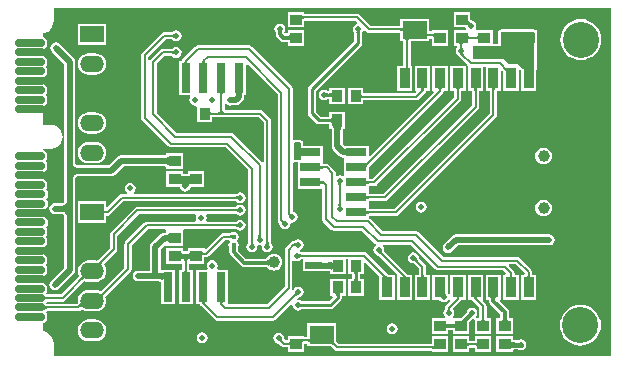
<source format=gtl>
G04*
G04 #@! TF.GenerationSoftware,Altium Limited,Altium Designer,19.0.4 (130)*
G04*
G04 Layer_Physical_Order=1*
G04 Layer_Color=255*
%FSLAX25Y25*%
%MOIN*%
G70*
G01*
G75*
%ADD10C,0.00787*%
%ADD11C,0.01000*%
%ADD17R,0.03858X0.03661*%
%ADD18C,0.03937*%
%ADD19R,0.03661X0.03858*%
%ADD20R,0.06693X0.02953*%
%ADD21R,0.07874X0.05906*%
%ADD22R,0.03150X0.09843*%
%ADD23R,0.05906X0.07677*%
G04:AMPARAMS|DCode=24|XSize=23.62mil|YSize=100.39mil|CornerRadius=0mil|HoleSize=0mil|Usage=FLASHONLY|Rotation=270.000|XOffset=0mil|YOffset=0mil|HoleType=Round|Shape=Octagon|*
%AMOCTAGOND24*
4,1,8,0.05020,0.00591,0.05020,-0.00591,0.04429,-0.01181,-0.04429,-0.01181,-0.05020,-0.00591,-0.05020,0.00591,-0.04429,0.01181,0.04429,0.01181,0.05020,0.00591,0.0*
%
%ADD24OCTAGOND24*%

G04:AMPARAMS|DCode=25|XSize=23.62mil|YSize=100.39mil|CornerRadius=0mil|HoleSize=0mil|Usage=FLASHONLY|Rotation=270.000|XOffset=0mil|YOffset=0mil|HoleType=Round|Shape=Octagon|*
%AMOCTAGOND25*
4,1,8,0.05020,0.00591,0.05020,-0.00591,0.04429,-0.01181,-0.04429,-0.01181,-0.05020,-0.00591,-0.05020,0.00591,-0.04429,0.01181,0.04429,0.01181,0.05020,0.00591,0.0*
%
%ADD25OCTAGOND25*%

%ADD26R,0.03543X0.06693*%
%ADD39C,0.01181*%
%ADD40C,0.01968*%
%ADD41C,0.01575*%
%ADD42R,0.07874X0.05512*%
%ADD43O,0.07874X0.05512*%
%ADD44C,0.03937*%
%ADD45C,0.12000*%
%ADD46C,0.02000*%
%ADD47C,0.01772*%
G36*
X199443Y59071D02*
Y11433D01*
Y1073D01*
X13566D01*
Y5331D01*
X13582D01*
X13438Y6424D01*
X13016Y7442D01*
X12345Y8317D01*
X11471Y8988D01*
X10452Y9410D01*
X10039Y9464D01*
Y12221D01*
X10445D01*
X11429Y13205D01*
Y15173D01*
X10839Y15764D01*
X11207Y16132D01*
X11231Y16134D01*
X21755D01*
X21755Y16134D01*
X22216Y16226D01*
X22606Y16487D01*
X22907Y16788D01*
X23268Y16511D01*
X24130Y16154D01*
X25055Y16032D01*
X27417D01*
X28342Y16154D01*
X29204Y16511D01*
X29945Y17079D01*
X30512Y17819D01*
X30869Y18681D01*
X30991Y19606D01*
X30869Y20531D01*
X30738Y20848D01*
X30738Y20848D01*
X30767Y20881D01*
X39135Y29250D01*
X39396Y29640D01*
X39488Y30101D01*
X39488Y30101D01*
Y38002D01*
X44990Y43504D01*
X50791D01*
X51095Y43130D01*
X51095Y43004D01*
Y42331D01*
X50920Y42318D01*
X50480D01*
X49789Y42181D01*
X49203Y41789D01*
X46108Y38695D01*
X45717Y38109D01*
X45579Y37417D01*
Y29649D01*
X44522D01*
X44441Y29665D01*
X44360Y29649D01*
X41711D01*
X41630Y29665D01*
X40933Y29526D01*
X40341Y29131D01*
X39946Y28540D01*
X39808Y27843D01*
X39946Y27145D01*
X40341Y26554D01*
X40933Y26159D01*
X41630Y26020D01*
X41711Y26036D01*
X44360D01*
X44441Y26020D01*
X44522Y26036D01*
X47305D01*
X47386Y26020D01*
X47467Y26036D01*
X48554D01*
X48717Y26022D01*
X48945Y25984D01*
X49116Y25938D01*
X49228Y25893D01*
X49276Y25864D01*
Y18535D01*
X54000D01*
Y29953D01*
X50090D01*
X50072Y29956D01*
X50055Y29953D01*
X50011D01*
X50007Y29953D01*
X50005Y29953D01*
X49276D01*
X49192Y30418D01*
Y36669D01*
X50633Y38109D01*
X51095Y37918D01*
Y37894D01*
X56528D01*
Y43004D01*
X56528Y43130D01*
X56831Y43504D01*
X74344D01*
X74366Y43501D01*
X74392Y43494D01*
X74412Y43488D01*
X74428Y43481D01*
X74438Y43475D01*
X74475Y43420D01*
X75066Y43025D01*
X75764Y42886D01*
X76461Y43025D01*
X77052Y43420D01*
X77447Y44011D01*
X77586Y44709D01*
X77447Y45406D01*
X77052Y45997D01*
X76461Y46392D01*
X75764Y46531D01*
X75066Y46392D01*
X74475Y45997D01*
X74438Y45942D01*
X74428Y45937D01*
X74412Y45930D01*
X74392Y45923D01*
X74366Y45917D01*
X74344Y45913D01*
X64502D01*
X64235Y46413D01*
X64329Y46555D01*
X64468Y47252D01*
X64329Y47949D01*
X64235Y48091D01*
X64502Y48591D01*
X74302D01*
X74324Y48587D01*
X74350Y48581D01*
X74370Y48574D01*
X74387Y48567D01*
X74397Y48562D01*
X74433Y48507D01*
X75025Y48112D01*
X75722Y47973D01*
X76420Y48112D01*
X77011Y48507D01*
X77406Y49098D01*
X77544Y49795D01*
X77406Y50493D01*
X77011Y51084D01*
X76420Y51479D01*
X75722Y51618D01*
X75025Y51479D01*
X74433Y51084D01*
X74397Y51029D01*
X74387Y51023D01*
X74370Y51016D01*
X74350Y51010D01*
X74324Y51003D01*
X74302Y50999D01*
X41458D01*
X40997Y50908D01*
X40606Y50647D01*
X32613Y42654D01*
X32352Y42263D01*
X32260Y41802D01*
X32260Y41802D01*
Y37176D01*
X28129Y33045D01*
X28091Y33012D01*
X28021Y32958D01*
X28001Y32946D01*
X27417Y33023D01*
X25055D01*
X24130Y32901D01*
X23268Y32544D01*
X22528Y31976D01*
X21960Y31236D01*
X21603Y30374D01*
X21481Y29449D01*
X21603Y28524D01*
X21955Y27674D01*
X15974Y21692D01*
X11209D01*
X10839Y22063D01*
X11429Y22654D01*
Y24622D01*
X10445Y25606D01*
X10039D01*
Y27969D01*
X10445D01*
X11429Y28953D01*
Y30921D01*
X10839Y31512D01*
X11429Y32102D01*
Y34071D01*
X10445Y35055D01*
X10039D01*
Y37417D01*
X10445D01*
X11429Y38402D01*
Y40370D01*
X10839Y40961D01*
X11429Y41551D01*
Y43520D01*
X10889Y44060D01*
X11529Y44701D01*
Y46669D01*
X10545Y47654D01*
X10039D01*
Y50016D01*
X10545D01*
X11529Y51000D01*
Y52969D01*
X10939Y53559D01*
X11529Y54150D01*
Y56118D01*
X10889Y56759D01*
X11429Y57299D01*
Y59268D01*
X10445Y60252D01*
X10039D01*
Y62614D01*
X10445D01*
X11429Y63598D01*
Y65567D01*
X10839Y66158D01*
X11429Y66748D01*
Y68717D01*
X10445Y69701D01*
X10039D01*
Y70218D01*
X12506D01*
X12506Y70204D01*
X12706Y70218D01*
X12887Y70254D01*
X12985Y70267D01*
X12985Y70267D01*
X13547Y70341D01*
X14518Y70743D01*
X15351Y71382D01*
X15991Y72216D01*
X16393Y73187D01*
X16530Y74228D01*
X16393Y75270D01*
X15991Y76241D01*
X15351Y77074D01*
X14518Y77714D01*
X13547Y78116D01*
X12985Y78190D01*
X12887Y78203D01*
X12706Y78239D01*
X12506Y78253D01*
Y78239D01*
X12506Y78239D01*
X10039D01*
Y84627D01*
X10445D01*
X11429Y85611D01*
Y87579D01*
X10839Y88170D01*
X11429Y88760D01*
Y90729D01*
X10445Y91713D01*
X10039D01*
Y94075D01*
X10445D01*
X11429Y95060D01*
Y97028D01*
X10839Y97619D01*
X11429Y98209D01*
Y100178D01*
X10445Y101162D01*
X10039D01*
Y103524D01*
X10445D01*
X11429Y104508D01*
Y106477D01*
X10445Y107461D01*
X10039D01*
Y108677D01*
X10452Y108732D01*
X11471Y109154D01*
X12345Y109825D01*
X13016Y110699D01*
X13438Y111718D01*
X13582Y112811D01*
X13566D01*
Y117068D01*
X199443D01*
Y59071D01*
D02*
G37*
G36*
X75008Y49095D02*
X74946Y49154D01*
X74880Y49205D01*
X74809Y49251D01*
X74735Y49291D01*
X74656Y49325D01*
X74574Y49353D01*
X74487Y49374D01*
X74397Y49389D01*
X74302Y49398D01*
X74203Y49402D01*
Y50189D01*
X74302Y50192D01*
X74397Y50201D01*
X74487Y50217D01*
X74574Y50238D01*
X74656Y50266D01*
X74735Y50299D01*
X74809Y50339D01*
X74880Y50385D01*
X74946Y50437D01*
X75008Y50495D01*
Y49095D01*
D02*
G37*
G36*
X61057Y48091D02*
X60962Y47949D01*
X60823Y47252D01*
X60962Y46555D01*
X61057Y46413D01*
X60789Y45913D01*
X44491D01*
X44491Y45913D01*
X44030Y45821D01*
X43639Y45560D01*
X43639Y45560D01*
X37432Y39353D01*
X37171Y38962D01*
X37079Y38501D01*
X37079Y38501D01*
Y30600D01*
X29188Y22708D01*
X28342Y23058D01*
X27417Y23180D01*
X25055D01*
X24130Y23058D01*
X23268Y22701D01*
X22528Y22133D01*
X21960Y21393D01*
X21603Y20531D01*
X21481Y19606D01*
X21573Y18912D01*
X21241Y18543D01*
X11209D01*
X10839Y18914D01*
X11207Y19282D01*
X11231Y19284D01*
X16473D01*
X16473Y19284D01*
X16933Y19376D01*
X17324Y19637D01*
X23784Y26097D01*
X23818Y26125D01*
X23818Y26126D01*
X24130Y25997D01*
X25055Y25875D01*
X27417D01*
X28342Y25997D01*
X29204Y26354D01*
X29945Y26922D01*
X30512Y27662D01*
X30869Y28524D01*
X30991Y29449D01*
X30869Y30374D01*
X30512Y31236D01*
X30171Y31681D01*
X34316Y35826D01*
X34316Y35826D01*
X34577Y36216D01*
X34669Y36677D01*
X34669Y36677D01*
Y41303D01*
X41956Y48591D01*
X60789D01*
X61057Y48091D01*
D02*
G37*
G36*
X75050Y44009D02*
X74988Y44067D01*
X74921Y44119D01*
X74851Y44165D01*
X74777Y44205D01*
X74698Y44238D01*
X74616Y44266D01*
X74529Y44287D01*
X74438Y44303D01*
X74344Y44312D01*
X74244Y44315D01*
Y45102D01*
X74344Y45105D01*
X74438Y45115D01*
X74529Y45130D01*
X74616Y45151D01*
X74698Y45179D01*
X74777Y45213D01*
X74851Y45252D01*
X74921Y45298D01*
X74988Y45351D01*
X75050Y45409D01*
Y44009D01*
D02*
G37*
G36*
X51906Y39098D02*
X51892Y39180D01*
X51849Y39253D01*
X51778Y39317D01*
X51678Y39373D01*
X51550Y39420D01*
X51393Y39459D01*
X51207Y39489D01*
X50994Y39510D01*
X50480Y39528D01*
Y41496D01*
X50751Y41500D01*
X51207Y41535D01*
X51393Y41565D01*
X51550Y41603D01*
X51678Y41651D01*
X51778Y41706D01*
X51849Y41771D01*
X51892Y41844D01*
X51906Y41925D01*
Y39098D01*
D02*
G37*
G36*
X29581Y32237D02*
X29464Y32115D01*
X29368Y32002D01*
X29292Y31898D01*
X29236Y31802D01*
X29200Y31716D01*
X29184Y31639D01*
X29188Y31571D01*
X29213Y31511D01*
X29258Y31461D01*
X29322Y31420D01*
X27837Y32153D01*
X27913Y32125D01*
X27994Y32113D01*
X28081Y32118D01*
X28173Y32139D01*
X28271Y32177D01*
X28374Y32231D01*
X28482Y32301D01*
X28596Y32388D01*
X28716Y32491D01*
X28841Y32610D01*
X29581Y32237D01*
D02*
G37*
G36*
X24003Y26913D02*
X23940Y26954D01*
X23870Y26977D01*
X23793Y26983D01*
X23711Y26972D01*
X23621Y26943D01*
X23526Y26897D01*
X23424Y26834D01*
X23316Y26753D01*
X23201Y26654D01*
X23080Y26539D01*
X22468Y27041D01*
X22583Y27161D01*
X22679Y27274D01*
X22757Y27380D01*
X22816Y27478D01*
X22857Y27568D01*
X22879Y27652D01*
X22883Y27728D01*
X22868Y27796D01*
X22835Y27857D01*
X22783Y27911D01*
X24003Y26913D01*
D02*
G37*
G36*
X50087Y25874D02*
X50067Y26061D01*
X50007Y26228D01*
X49907Y26376D01*
X49768Y26504D01*
X49590Y26612D01*
X49372Y26701D01*
X49115Y26770D01*
X48818Y26819D01*
X48482Y26848D01*
X48107Y26858D01*
Y28827D01*
X48480Y28830D01*
X49583Y28908D01*
X49760Y28944D01*
X49898Y28987D01*
X49996Y29036D01*
X50055Y29091D01*
X50075Y29153D01*
X50087Y25874D01*
D02*
G37*
G36*
X30325Y21586D02*
X30209Y21464D01*
X30111Y21350D01*
X30030Y21241D01*
X29967Y21139D01*
X29921Y21044D01*
X29892Y20954D01*
X29881Y20871D01*
X29887Y20795D01*
X29911Y20724D01*
X29952Y20661D01*
X28952Y21881D01*
X29005Y21829D01*
X29067Y21796D01*
X29135Y21781D01*
X29211Y21785D01*
X29294Y21807D01*
X29385Y21848D01*
X29483Y21907D01*
X29589Y21985D01*
X29702Y22082D01*
X29822Y22196D01*
X30325Y21586D01*
D02*
G37*
G36*
X10437Y21201D02*
X10467Y21134D01*
X10516Y21075D01*
X10585Y21024D01*
X10674Y20980D01*
X10783Y20945D01*
X10912Y20917D01*
X11061Y20898D01*
X11229Y20886D01*
X11417Y20882D01*
Y20095D01*
X11229Y20091D01*
X10912Y20059D01*
X10783Y20032D01*
X10674Y19996D01*
X10585Y19953D01*
X10516Y19902D01*
X10467Y19843D01*
X10437Y19776D01*
X10427Y19701D01*
Y21276D01*
X10437Y21201D01*
D02*
G37*
G36*
X23158Y17629D02*
X23114Y17691D01*
X23061Y17733D01*
X23000Y17755D01*
X22931Y17758D01*
X22853Y17741D01*
X22766Y17704D01*
X22671Y17648D01*
X22567Y17572D01*
X22455Y17477D01*
X22334Y17361D01*
X21928Y18069D01*
X22047Y18193D01*
X22234Y18424D01*
X22303Y18531D01*
X22355Y18633D01*
X22391Y18729D01*
X22410Y18819D01*
X22412Y18904D01*
X22398Y18983D01*
X22367Y19056D01*
X23158Y17629D01*
D02*
G37*
G36*
X10437Y18051D02*
X10467Y17984D01*
X10516Y17925D01*
X10585Y17874D01*
X10674Y17831D01*
X10783Y17795D01*
X10912Y17768D01*
X11061Y17748D01*
X11229Y17736D01*
X11417Y17732D01*
Y16945D01*
X11229Y16941D01*
X10912Y16909D01*
X10783Y16882D01*
X10674Y16847D01*
X10585Y16803D01*
X10516Y16752D01*
X10467Y16693D01*
X10437Y16626D01*
X10427Y16551D01*
Y18126D01*
X10437Y18051D01*
D02*
G37*
%LPC*%
G36*
X30961Y111906D02*
X21512D01*
Y104819D01*
X30961D01*
Y111906D01*
D02*
G37*
G36*
X152339Y115949D02*
X146906D01*
Y110713D01*
X150687D01*
X150889Y110328D01*
X150636Y109886D01*
X146906D01*
Y104650D01*
X147944D01*
X148117Y104267D01*
X148140Y104175D01*
X148133Y104155D01*
X148126Y104139D01*
X148121Y104129D01*
X148066Y104092D01*
X147671Y103501D01*
X147532Y102803D01*
X147671Y102106D01*
X148066Y101514D01*
X148273Y101376D01*
X148432Y101211D01*
X148503Y101105D01*
X151312Y98295D01*
X151599Y97914D01*
Y89646D01*
X152953D01*
Y84782D01*
X123415Y55244D01*
X118543D01*
Y56303D01*
X118543D01*
Y56776D01*
X118543D01*
Y57835D01*
X120402D01*
X120402Y57835D01*
X120862Y57927D01*
X121253Y58188D01*
X149103Y86038D01*
X149103Y86038D01*
X149365Y86429D01*
X149456Y86890D01*
X149456Y86890D01*
Y89646D01*
X150811D01*
Y97914D01*
X145693D01*
Y89646D01*
X147048D01*
Y87389D01*
X119903Y60244D01*
X118543D01*
Y61276D01*
X118543Y61303D01*
Y61776D01*
X118543Y61803D01*
Y63881D01*
X118552Y63916D01*
X118568Y63960D01*
X118592Y64011D01*
X118625Y64070D01*
X118668Y64136D01*
X118723Y64208D01*
X118751Y64241D01*
X143198Y88688D01*
X143198Y88688D01*
X143459Y89079D01*
X143551Y89539D01*
X144035Y89646D01*
X144905D01*
Y97914D01*
X139787D01*
Y89646D01*
X140097D01*
X140288Y89184D01*
X119005Y67901D01*
X118543Y68093D01*
Y71303D01*
X110354D01*
X109877Y71780D01*
Y76295D01*
X109887Y76428D01*
X109920Y76663D01*
X109961Y76843D01*
X110003Y76964D01*
X110009Y76974D01*
X110689D01*
Y77756D01*
X110692Y77774D01*
X110689Y77791D01*
Y82407D01*
X105453D01*
Y81003D01*
X102499D01*
X100903Y82599D01*
Y89543D01*
X115912Y104552D01*
X116197Y104978D01*
X116297Y105480D01*
Y108751D01*
X116298Y108763D01*
X116303Y108791D01*
X116668Y109338D01*
X116725Y109623D01*
X117267Y109788D01*
X117903Y109152D01*
X118293Y108891D01*
X118754Y108800D01*
X118754Y108800D01*
X129106D01*
Y106063D01*
X130067D01*
Y97914D01*
X127976D01*
Y89646D01*
X133095D01*
Y97914D01*
X132476D01*
Y106063D01*
X138555D01*
Y106953D01*
X139528D01*
Y104650D01*
X144961D01*
Y109886D01*
X139528D01*
Y109362D01*
X138555D01*
Y113543D01*
X129106D01*
Y111208D01*
X119253D01*
X115562Y114899D01*
X115172Y115160D01*
X114711Y115252D01*
X114711Y115252D01*
X96953D01*
Y115949D01*
X91520D01*
Y110713D01*
X96953D01*
Y112843D01*
X114212D01*
X114736Y112318D01*
X114572Y111776D01*
X114287Y111719D01*
X113696Y111324D01*
X113301Y110733D01*
X113162Y110035D01*
X113301Y109338D01*
X113666Y108791D01*
X113669Y108773D01*
X113672Y108738D01*
Y106024D01*
X98662Y91015D01*
X98378Y90589D01*
X98278Y90087D01*
Y82055D01*
X98378Y81553D01*
X98662Y81127D01*
X101027Y78763D01*
X101453Y78478D01*
X101955Y78378D01*
X105453D01*
Y77791D01*
X105449Y77774D01*
X105453Y77756D01*
Y76974D01*
X106133D01*
X106139Y76964D01*
X106180Y76843D01*
X106221Y76663D01*
X106255Y76428D01*
X106264Y76295D01*
Y71031D01*
X106402Y70340D01*
X106794Y69754D01*
X108786Y67762D01*
X109372Y67370D01*
X110063Y67233D01*
X110173D01*
X110276Y66776D01*
Y66303D01*
X110276D01*
Y61803D01*
X110276Y61776D01*
Y61303D01*
X109776Y61083D01*
X109524Y61251D01*
X108827Y61389D01*
X108129Y61251D01*
X108063Y61206D01*
X107622Y61442D01*
Y62110D01*
X107530Y62571D01*
X107269Y62962D01*
X107269Y62962D01*
X105340Y64891D01*
X104949Y65152D01*
X104488Y65244D01*
X104488Y65244D01*
X103189D01*
Y66303D01*
X103189D01*
Y66776D01*
X103189D01*
X103189Y66803D01*
Y71303D01*
X96779D01*
Y72150D01*
X96718Y72457D01*
X96544Y72717D01*
X96544Y72717D01*
X96276Y72985D01*
X96016Y73159D01*
X95709Y73220D01*
X93835D01*
X93665Y73186D01*
X93274Y73410D01*
X93165Y73518D01*
Y90220D01*
X93165Y90220D01*
X93073Y90681D01*
X92812Y91072D01*
X92812Y91072D01*
X79560Y104324D01*
X79169Y104585D01*
X78709Y104677D01*
X78709Y104677D01*
X61528D01*
X61528Y104677D01*
X61067Y104585D01*
X60676Y104324D01*
X56692Y100340D01*
X56431Y99949D01*
X56347Y99528D01*
X55181D01*
Y88110D01*
X58906D01*
X59114Y87610D01*
X58820Y87170D01*
X58681Y86472D01*
X58820Y85775D01*
X59215Y85184D01*
X59807Y84789D01*
X60504Y84650D01*
X60707Y84690D01*
X61185Y84276D01*
Y79205D01*
X66421D01*
Y80733D01*
X81944D01*
X83528Y79149D01*
Y65784D01*
X83082Y65628D01*
X83028Y65626D01*
X73511Y75143D01*
X73120Y75404D01*
X72659Y75496D01*
X72659Y75496D01*
X54619D01*
X47921Y82194D01*
Y98737D01*
X50322Y101139D01*
X52927D01*
X52948Y101135D01*
X52974Y101129D01*
X52995Y101122D01*
X53011Y101115D01*
X53021Y101110D01*
X53058Y101054D01*
X53649Y100659D01*
X54347Y100521D01*
X55044Y100659D01*
X55635Y101054D01*
X56030Y101646D01*
X56169Y102343D01*
X56030Y103040D01*
X55635Y103632D01*
X55044Y104027D01*
X54347Y104165D01*
X53649Y104027D01*
X53058Y103632D01*
X53021Y103576D01*
X53011Y103571D01*
X52995Y103564D01*
X52974Y103557D01*
X52948Y103551D01*
X52927Y103547D01*
X49823D01*
X49823Y103547D01*
X49362Y103455D01*
X48972Y103194D01*
X45865Y100088D01*
X45604Y99697D01*
X45110Y99775D01*
Y100931D01*
X50868Y106689D01*
X52927D01*
X52948Y106686D01*
X52974Y106679D01*
X52995Y106673D01*
X53011Y106666D01*
X53021Y106660D01*
X53058Y106605D01*
X53649Y106210D01*
X54347Y106071D01*
X55044Y106210D01*
X55635Y106605D01*
X56030Y107196D01*
X56169Y107894D01*
X56030Y108591D01*
X55635Y109182D01*
X55044Y109577D01*
X54347Y109716D01*
X53649Y109577D01*
X53058Y109182D01*
X53021Y109127D01*
X53011Y109122D01*
X52995Y109115D01*
X52974Y109108D01*
X52948Y109101D01*
X52927Y109098D01*
X50370D01*
X49909Y109006D01*
X49518Y108745D01*
X49518Y108745D01*
X43054Y102281D01*
X42793Y101890D01*
X42701Y101430D01*
X42701Y101429D01*
Y80583D01*
X42701Y80583D01*
X42793Y80122D01*
X43054Y79731D01*
X51755Y71030D01*
X52145Y70769D01*
X52606Y70678D01*
X70848D01*
X78441Y63084D01*
Y39092D01*
X78439Y39080D01*
X78435Y39065D01*
X78433Y39060D01*
X78403Y39035D01*
X78381Y39008D01*
X78223Y38903D01*
X77828Y38312D01*
X77689Y37614D01*
X77828Y36917D01*
X78223Y36325D01*
X78814Y35930D01*
X79512Y35792D01*
X80209Y35930D01*
X80800Y36325D01*
X81195Y36917D01*
X81334Y37614D01*
X81303Y37773D01*
X81307Y37782D01*
X81736Y38157D01*
X82189Y38067D01*
X82503Y38130D01*
X82928Y37705D01*
X82910Y37614D01*
X83049Y36917D01*
X83444Y36325D01*
X84035Y35930D01*
X84732Y35792D01*
X85430Y35930D01*
X86021Y36325D01*
X86416Y36917D01*
X86555Y37614D01*
X86416Y38312D01*
X86021Y38903D01*
X85966Y38940D01*
X85960Y38950D01*
X85953Y38966D01*
X85947Y38986D01*
X85940Y39012D01*
X85936Y39034D01*
Y79648D01*
X85845Y80108D01*
X85584Y80499D01*
X83294Y82788D01*
X82904Y83050D01*
X82443Y83141D01*
X82443Y83141D01*
X70559D01*
Y84937D01*
X70791Y85068D01*
X71059Y85141D01*
X71586Y84789D01*
X72284Y84650D01*
X72395Y84672D01*
X72521D01*
X72551Y84666D01*
X72581Y84672D01*
X74164D01*
X74855Y84810D01*
X75441Y85201D01*
X76537Y86298D01*
X76929Y86884D01*
X77066Y87575D01*
Y88080D01*
X77069Y88110D01*
X77622D01*
Y98323D01*
X78084Y98514D01*
X88180Y88418D01*
Y46449D01*
X88180Y46449D01*
X88272Y45988D01*
X88533Y45597D01*
X88734Y45396D01*
X88747Y45379D01*
X88760Y45356D01*
X88770Y45336D01*
X88776Y45320D01*
X88780Y45309D01*
X88767Y45244D01*
X88906Y44547D01*
X89301Y43955D01*
X89892Y43560D01*
X90589Y43422D01*
X91287Y43560D01*
X91878Y43955D01*
X92273Y44547D01*
X92412Y45244D01*
X92851Y45599D01*
X93032Y45563D01*
X93729Y45702D01*
X94320Y46097D01*
X94715Y46688D01*
X94854Y47386D01*
X94715Y48083D01*
X94320Y48674D01*
X93729Y49069D01*
X93165Y49182D01*
Y65427D01*
X93274Y65535D01*
X93665Y65759D01*
X93835Y65725D01*
X94921D01*
Y61776D01*
X94921D01*
Y61303D01*
X94921D01*
Y56776D01*
X102937D01*
Y46850D01*
X102937Y46850D01*
X103029Y46390D01*
X103290Y45999D01*
X105967Y43322D01*
X106358Y43061D01*
X106819Y42969D01*
X106819Y42969D01*
X116293D01*
X120625Y38637D01*
X120625Y38637D01*
X120868Y38474D01*
X120928Y38004D01*
X120902Y37896D01*
X120606Y37698D01*
X120211Y37107D01*
X120072Y36409D01*
X120211Y35712D01*
X120606Y35121D01*
X121197Y34726D01*
X121655Y34635D01*
X121711Y34616D01*
X121765Y34610D01*
X121787Y34605D01*
X121810Y34599D01*
X121834Y34590D01*
X121859Y34579D01*
X121886Y34564D01*
X121916Y34545D01*
X121938Y34528D01*
X127799Y28667D01*
X127976Y28228D01*
X127976D01*
X127976Y28228D01*
Y19961D01*
X133095D01*
Y28228D01*
X131559D01*
X131387Y28485D01*
X131387Y28485D01*
X123714Y36159D01*
X123705Y36171D01*
X123696Y36187D01*
X123691Y36197D01*
X123689Y36203D01*
X123689Y36206D01*
X123688Y36208D01*
X123688Y36212D01*
X123691Y36257D01*
X123689Y36268D01*
X123717Y36409D01*
X123579Y37107D01*
X123184Y37698D01*
X123055Y37784D01*
X123207Y38284D01*
X132556D01*
X140770Y30070D01*
X141161Y29809D01*
X141622Y29717D01*
X141622Y29717D01*
X163344D01*
X164332Y28728D01*
X164125Y28228D01*
X163409D01*
Y19961D01*
X168528D01*
Y28228D01*
X167173D01*
Y28795D01*
X167081Y29256D01*
X166820Y29647D01*
X166820Y29647D01*
X165204Y31263D01*
X165395Y31725D01*
X167493D01*
X170490Y28728D01*
X170283Y28228D01*
X169315D01*
Y19961D01*
X174433D01*
Y28228D01*
X173078D01*
Y29047D01*
X173078Y29047D01*
X172987Y29508D01*
X172725Y29899D01*
X172725Y29899D01*
X168844Y33781D01*
X168453Y34042D01*
X167992Y34133D01*
X167992Y34133D01*
X143459D01*
X135195Y42397D01*
X134805Y42659D01*
X134344Y42750D01*
X134344Y42750D01*
X123197D01*
X119048Y46899D01*
X118658Y47160D01*
X118543Y47183D01*
Y47835D01*
X127480D01*
X127480Y47835D01*
X127941Y47927D01*
X128332Y48188D01*
X160915Y80770D01*
X160915Y80770D01*
X161176Y81161D01*
X161267Y81622D01*
X161267Y81622D01*
Y89646D01*
X162622D01*
Y96077D01*
X163084Y96268D01*
X163250Y96102D01*
X163304Y96041D01*
X163378Y95947D01*
X163409Y95901D01*
Y95766D01*
X163406Y95752D01*
X163409Y95734D01*
Y89646D01*
X168528D01*
Y96563D01*
X168964Y96750D01*
X169315Y96461D01*
Y89646D01*
X174433D01*
Y96521D01*
X174490Y96606D01*
X174551Y96913D01*
Y104713D01*
X174591D01*
Y105495D01*
X174594Y105512D01*
X174591Y105529D01*
Y109949D01*
X174087D01*
X174055Y109970D01*
X173748Y110031D01*
X162504D01*
X162197Y109970D01*
X162071Y109886D01*
X161929D01*
Y109785D01*
X161762Y109536D01*
X161701Y109228D01*
Y105212D01*
X159835D01*
Y109886D01*
X154890D01*
X154752Y109886D01*
X154425Y109909D01*
X154236Y110109D01*
X154207Y110426D01*
X154282Y110539D01*
X154421Y111236D01*
X154282Y111934D01*
X153887Y112525D01*
X153296Y112920D01*
X152651Y113048D01*
X152638Y113058D01*
X152619Y113080D01*
X152544Y113180D01*
X152483Y113274D01*
X152435Y113361D01*
X152399Y113442D01*
X152373Y113516D01*
X152356Y113584D01*
X152346Y113648D01*
X152341Y113750D01*
X152339Y113759D01*
Y115949D01*
D02*
G37*
G36*
X88882Y111941D02*
X88184Y111802D01*
X87593Y111407D01*
X87198Y110816D01*
X87059Y110118D01*
X87198Y109421D01*
X87471Y109012D01*
X87477Y108935D01*
Y108425D01*
X87584Y107888D01*
X87888Y107432D01*
X89046Y106274D01*
X89502Y105970D01*
X90039Y105863D01*
X91391D01*
X91462Y105857D01*
X91520Y105847D01*
Y104650D01*
X96953D01*
Y109886D01*
X91520D01*
Y108688D01*
X91462Y108679D01*
X91391Y108673D01*
X90633D01*
X90289Y109006D01*
X90566Y109421D01*
X90704Y110118D01*
X90566Y110816D01*
X90171Y111407D01*
X89579Y111802D01*
X88882Y111941D01*
D02*
G37*
G36*
X189163Y113470D02*
X187832Y113339D01*
X186553Y112951D01*
X185373Y112320D01*
X184340Y111472D01*
X183492Y110439D01*
X182861Y109260D01*
X182473Y107980D01*
X182342Y106650D01*
X182473Y105319D01*
X182861Y104040D01*
X183492Y102860D01*
X184340Y101827D01*
X185373Y100979D01*
X186553Y100348D01*
X187832Y99960D01*
X189163Y99829D01*
X190493Y99960D01*
X191773Y100348D01*
X192952Y100979D01*
X193985Y101827D01*
X194833Y102860D01*
X195464Y104040D01*
X195852Y105319D01*
X195983Y106650D01*
X195852Y107980D01*
X195464Y109260D01*
X194833Y110439D01*
X193985Y111472D01*
X192952Y112320D01*
X191773Y112951D01*
X190493Y113339D01*
X189163Y113470D01*
D02*
G37*
G36*
X27417Y102094D02*
X25055D01*
X24130Y101972D01*
X23268Y101615D01*
X22528Y101047D01*
X21960Y100307D01*
X21603Y99445D01*
X21481Y98520D01*
X21603Y97595D01*
X21960Y96733D01*
X22528Y95993D01*
X23268Y95425D01*
X24130Y95068D01*
X25055Y94946D01*
X27417D01*
X28342Y95068D01*
X29204Y95425D01*
X29945Y95993D01*
X30512Y96733D01*
X30869Y97595D01*
X30991Y98520D01*
X30869Y99445D01*
X30512Y100307D01*
X29945Y101047D01*
X29204Y101615D01*
X28342Y101972D01*
X27417Y102094D01*
D02*
G37*
G36*
X110689Y90527D02*
X105453D01*
Y89664D01*
X105215Y89566D01*
X104953Y89509D01*
X104438Y89854D01*
X103740Y89992D01*
X103043Y89854D01*
X102452Y89458D01*
X102057Y88867D01*
X101918Y88170D01*
X102057Y87472D01*
X102452Y86881D01*
X103043Y86486D01*
X103740Y86347D01*
X104438Y86486D01*
X104953Y86830D01*
X105137Y86790D01*
X105453Y86639D01*
Y85094D01*
X110689D01*
Y90527D01*
D02*
G37*
G36*
X139000Y97914D02*
X133882D01*
Y89646D01*
X134140D01*
X134332Y89184D01*
X133895Y88748D01*
X116752D01*
Y90527D01*
X111516D01*
Y85094D01*
X112796D01*
X112894Y85075D01*
X112991Y85094D01*
X116752D01*
Y86339D01*
X134394D01*
X134394Y86339D01*
X134854Y86431D01*
X135245Y86692D01*
X137292Y88739D01*
X137292Y88739D01*
X137554Y89130D01*
X137645Y89591D01*
Y89646D01*
X139000D01*
Y97914D01*
D02*
G37*
G36*
X27417Y82408D02*
X25055D01*
X24130Y82287D01*
X23268Y81930D01*
X22528Y81362D01*
X21960Y80622D01*
X21603Y79760D01*
X21481Y78835D01*
X21603Y77910D01*
X21960Y77048D01*
X22528Y76307D01*
X23268Y75740D01*
X24130Y75383D01*
X25055Y75261D01*
X27417D01*
X28342Y75383D01*
X29204Y75740D01*
X29945Y76307D01*
X30512Y77048D01*
X30869Y77910D01*
X30991Y78835D01*
X30869Y79760D01*
X30512Y80622D01*
X29945Y81362D01*
X29204Y81930D01*
X28342Y82287D01*
X27417Y82408D01*
D02*
G37*
G36*
Y72566D02*
X25055D01*
X24130Y72444D01*
X23268Y72087D01*
X22528Y71519D01*
X21960Y70779D01*
X21603Y69917D01*
X21481Y68992D01*
X21603Y68067D01*
X21960Y67205D01*
X22528Y66465D01*
X23268Y65897D01*
X24130Y65540D01*
X25055Y65418D01*
X27417D01*
X28342Y65540D01*
X29204Y65897D01*
X29945Y66465D01*
X30512Y67205D01*
X30869Y68067D01*
X30991Y68992D01*
X30869Y69917D01*
X30512Y70779D01*
X29945Y71519D01*
X29204Y72087D01*
X28342Y72444D01*
X27417Y72566D01*
D02*
G37*
G36*
X176803Y70606D02*
X176083Y70512D01*
X175413Y70234D01*
X174837Y69792D01*
X174396Y69217D01*
X174118Y68546D01*
X174023Y67827D01*
X174118Y67107D01*
X174396Y66437D01*
X174837Y65861D01*
X175413Y65420D01*
X176083Y65142D01*
X176803Y65047D01*
X177522Y65142D01*
X178193Y65420D01*
X178768Y65861D01*
X179210Y66437D01*
X179488Y67107D01*
X179583Y67827D01*
X179488Y68546D01*
X179210Y69217D01*
X178768Y69792D01*
X178193Y70234D01*
X177522Y70512D01*
X176803Y70606D01*
D02*
G37*
G36*
X14188Y105775D02*
X13491Y105636D01*
X12900Y105241D01*
X12505Y104650D01*
X12366Y103953D01*
X12505Y103255D01*
X12900Y102664D01*
X12968Y102618D01*
X17068Y98519D01*
Y62913D01*
Y52982D01*
X17031Y52772D01*
X16973Y52599D01*
X16905Y52472D01*
X16827Y52378D01*
X16733Y52300D01*
X16605Y52232D01*
X16432Y52174D01*
X16223Y52137D01*
X14002D01*
X13921Y52153D01*
X13224Y52014D01*
X12633Y51619D01*
X12238Y51028D01*
X12099Y50331D01*
X12238Y49633D01*
X12633Y49042D01*
X13224Y48647D01*
X13921Y48508D01*
X14002Y48524D01*
X16223D01*
X16432Y48487D01*
X16606Y48430D01*
X16733Y48361D01*
X16827Y48284D01*
X16905Y48189D01*
X16973Y48062D01*
X17031Y47889D01*
X17068Y47679D01*
Y30599D01*
X12701Y26232D01*
X12633Y26186D01*
X12238Y25595D01*
X12099Y24898D01*
X12238Y24200D01*
X12633Y23609D01*
X13224Y23214D01*
X13921Y23075D01*
X14619Y23214D01*
X15210Y23609D01*
X15256Y23677D01*
X20151Y28573D01*
X20543Y29159D01*
X20680Y29850D01*
Y50331D01*
Y60262D01*
X20717Y60472D01*
X20775Y60645D01*
X20843Y60772D01*
X20921Y60866D01*
X21016Y60944D01*
X21143Y61012D01*
X21316Y61070D01*
X21525Y61107D01*
X32756D01*
X33447Y61244D01*
X34033Y61636D01*
X36803Y64406D01*
X50416D01*
X50548Y64396D01*
X50783Y64363D01*
X50964Y64322D01*
X51084Y64280D01*
X51095Y64275D01*
Y63595D01*
X51877D01*
X51894Y63591D01*
X51911Y63595D01*
X56528D01*
Y68831D01*
X51911D01*
X51894Y68834D01*
X51877Y68831D01*
X51095D01*
Y68151D01*
X51084Y68145D01*
X50964Y68103D01*
X50783Y68062D01*
X50548Y68029D01*
X50416Y68019D01*
X36055D01*
X35364Y67882D01*
X34778Y67490D01*
X32008Y64720D01*
X21525D01*
X21316Y64757D01*
X21143Y64815D01*
X21015Y64883D01*
X20921Y64960D01*
X20843Y65055D01*
X20775Y65182D01*
X20717Y65355D01*
X20680Y65565D01*
Y99267D01*
X20543Y99958D01*
X20151Y100544D01*
X15523Y105173D01*
X15477Y105241D01*
X14886Y105636D01*
X14188Y105775D01*
D02*
G37*
G36*
X56528Y62768D02*
X51095D01*
Y57531D01*
X55635D01*
X55742Y56995D01*
X56137Y56404D01*
X56728Y56009D01*
X57425Y55870D01*
X58123Y56009D01*
X58714Y56404D01*
X59109Y56995D01*
X59215Y57531D01*
X63756D01*
Y62768D01*
X58323D01*
Y62032D01*
X58292Y62021D01*
X58160Y61992D01*
X57821Y61956D01*
X56968D01*
X56900Y61961D01*
X56704Y61988D01*
X56559Y62021D01*
X56528Y62032D01*
Y62768D01*
D02*
G37*
G36*
X39087Y58846D02*
X38389Y58707D01*
X37798Y58312D01*
X37403Y57721D01*
X37264Y57024D01*
X37403Y56326D01*
X37798Y55735D01*
X37929Y55647D01*
X37777Y55147D01*
X36277D01*
X36277Y55147D01*
X35816Y55056D01*
X35426Y54795D01*
X35426Y54795D01*
X31461Y50830D01*
X30961Y51037D01*
Y52677D01*
X21512D01*
Y45591D01*
X30961D01*
Y47930D01*
X31468D01*
X31468Y47930D01*
X31929Y48021D01*
X32319Y48282D01*
X36776Y52739D01*
X74344D01*
X74366Y52735D01*
X74392Y52729D01*
X74412Y52722D01*
X74428Y52715D01*
X74438Y52710D01*
X74475Y52655D01*
X75066Y52260D01*
X75764Y52121D01*
X76461Y52260D01*
X77052Y52655D01*
X77447Y53246D01*
X77586Y53943D01*
X77447Y54641D01*
X77052Y55232D01*
X76461Y55627D01*
X75764Y55766D01*
X75066Y55627D01*
X74475Y55232D01*
X74438Y55177D01*
X74428Y55171D01*
X74412Y55164D01*
X74392Y55158D01*
X74366Y55151D01*
X74344Y55147D01*
X40396D01*
X40244Y55647D01*
X40375Y55735D01*
X40770Y56326D01*
X40909Y57024D01*
X40770Y57721D01*
X40375Y58312D01*
X39784Y58707D01*
X39087Y58846D01*
D02*
G37*
G36*
X136000Y52639D02*
X135303Y52500D01*
X134711Y52105D01*
X134316Y51514D01*
X134178Y50816D01*
X134316Y50119D01*
X134711Y49528D01*
X135303Y49132D01*
X136000Y48994D01*
X136697Y49132D01*
X137289Y49528D01*
X137684Y50119D01*
X137822Y50816D01*
X137684Y51514D01*
X137289Y52105D01*
X136697Y52500D01*
X136000Y52639D01*
D02*
G37*
G36*
X176803Y53284D02*
X176083Y53189D01*
X175413Y52911D01*
X174837Y52469D01*
X174396Y51894D01*
X174118Y51223D01*
X174023Y50504D01*
X174118Y49784D01*
X174396Y49114D01*
X174837Y48538D01*
X175413Y48097D01*
X176083Y47819D01*
X176803Y47724D01*
X177522Y47819D01*
X178193Y48097D01*
X178768Y48538D01*
X179210Y49114D01*
X179488Y49784D01*
X179583Y50504D01*
X179488Y51223D01*
X179210Y51894D01*
X178768Y52469D01*
X178193Y52911D01*
X177522Y53189D01*
X176803Y53284D01*
D02*
G37*
G36*
X178768Y41712D02*
X178688Y41696D01*
X147602D01*
X146911Y41559D01*
X146325Y41167D01*
X143839Y38681D01*
X143771Y38635D01*
X143376Y38044D01*
X143237Y37347D01*
X143376Y36649D01*
X143771Y36058D01*
X144362Y35663D01*
X145059Y35524D01*
X145757Y35663D01*
X146348Y36058D01*
X146394Y36126D01*
X148351Y38083D01*
X178688D01*
X178768Y38067D01*
X179466Y38206D01*
X180057Y38601D01*
X180452Y39192D01*
X180591Y39890D01*
X180452Y40587D01*
X180057Y41178D01*
X179466Y41574D01*
X178768Y41712D01*
D02*
G37*
G36*
X73488Y42667D02*
X72835Y42537D01*
X72282Y42167D01*
X72281Y42165D01*
X72276Y42165D01*
X70008D01*
X69547Y42073D01*
X69156Y41812D01*
X69156Y41812D01*
X64256Y36912D01*
X63756Y37067D01*
Y37067D01*
X58323D01*
Y36131D01*
X58307Y36125D01*
X58187Y36093D01*
X58018Y36065D01*
X57900Y36055D01*
X56954D01*
X56837Y36065D01*
X56670Y36092D01*
X56552Y36124D01*
X56528Y36134D01*
Y37067D01*
X51095D01*
Y31831D01*
X56339D01*
Y29953D01*
X55181D01*
Y18535D01*
X59905D01*
Y29953D01*
X58748D01*
Y31831D01*
X63756D01*
Y34048D01*
X64299D01*
X64299Y34048D01*
X64760Y34139D01*
X65151Y34400D01*
X70507Y39756D01*
X71924D01*
X72159Y39256D01*
X71912Y38886D01*
X71782Y38234D01*
X71912Y37581D01*
X72078Y37332D01*
X72083Y37240D01*
Y36566D01*
X72106Y36452D01*
Y35704D01*
X72213Y35166D01*
X72518Y34710D01*
X76012Y31216D01*
X76467Y30912D01*
X77005Y30805D01*
X84121D01*
X84181Y30800D01*
X84307Y30780D01*
X84417Y30755D01*
X84513Y30726D01*
X84595Y30692D01*
X84664Y30656D01*
X84724Y30617D01*
X84775Y30576D01*
X84851Y30501D01*
X84855Y30498D01*
X84908Y30428D01*
X85484Y29986D01*
X86155Y29709D01*
X86874Y29614D01*
X87593Y29709D01*
X88264Y29986D01*
X88840Y30428D01*
X89281Y31004D01*
X89559Y31674D01*
X89654Y32394D01*
X89559Y33113D01*
X89281Y33784D01*
X88840Y34359D01*
X88264Y34801D01*
X87593Y35079D01*
X86874Y35173D01*
X86155Y35079D01*
X85484Y34801D01*
X84908Y34359D01*
X84591Y33946D01*
X84577Y33935D01*
X84565Y33912D01*
X84557Y33901D01*
X84539Y33884D01*
X84486Y33808D01*
X84484Y33806D01*
X84457Y33777D01*
X84424Y33748D01*
X84382Y33721D01*
X84326Y33692D01*
X84253Y33665D01*
X84162Y33641D01*
X84050Y33621D01*
X83985Y33615D01*
X77587D01*
X74916Y36286D01*
Y36543D01*
X74893Y36658D01*
Y37325D01*
X75064Y37581D01*
X75194Y38234D01*
X75064Y38886D01*
X74695Y39440D01*
Y39754D01*
X75064Y40308D01*
X75194Y40961D01*
X75064Y41614D01*
X74695Y42167D01*
X74141Y42537D01*
X73488Y42667D01*
D02*
G37*
G36*
X133457Y35689D02*
X132759Y35550D01*
X132168Y35155D01*
X131773Y34563D01*
X131634Y33866D01*
X131773Y33169D01*
X132168Y32577D01*
X132759Y32182D01*
X133457Y32044D01*
X133522Y32057D01*
X133533Y32053D01*
X133549Y32047D01*
X133568Y32037D01*
X133591Y32023D01*
X133609Y32011D01*
X135237Y30383D01*
Y28228D01*
X133882D01*
Y19961D01*
X139000D01*
Y28228D01*
X137645D01*
Y30882D01*
X137554Y31343D01*
X137292Y31733D01*
X137292Y31734D01*
X135312Y33714D01*
X135299Y33732D01*
X135285Y33755D01*
X135276Y33774D01*
X135269Y33790D01*
X135266Y33801D01*
X135279Y33866D01*
X135140Y34563D01*
X134745Y35155D01*
X134154Y35550D01*
X133457Y35689D01*
D02*
G37*
G36*
X95039Y40106D02*
X94342Y39967D01*
X93751Y39572D01*
X93709Y39510D01*
X93708Y39510D01*
X93695Y39504D01*
X93676Y39498D01*
X93649Y39492D01*
X93626Y39488D01*
X93448D01*
X92988Y39396D01*
X92597Y39135D01*
X92597Y39135D01*
X90975Y37513D01*
X90714Y37123D01*
X90623Y36662D01*
X90623Y36662D01*
Y24326D01*
X84635Y18338D01*
X72135D01*
X71716Y18535D01*
Y29953D01*
X68229D01*
X67962Y30453D01*
X68077Y30625D01*
X68216Y31323D01*
X68077Y32020D01*
X67682Y32612D01*
X67091Y33007D01*
X66394Y33145D01*
X65696Y33007D01*
X65105Y32612D01*
X64710Y32020D01*
X64571Y31323D01*
X64710Y30625D01*
X64825Y30453D01*
X64558Y29953D01*
X61087D01*
Y18535D01*
X62285D01*
X62336Y18279D01*
X62597Y17889D01*
X67149Y13338D01*
X67149Y13338D01*
X67539Y13076D01*
X68000Y12985D01*
X68000Y12985D01*
X86740D01*
X86740Y12985D01*
X87201Y13076D01*
X87592Y13338D01*
X92634Y18380D01*
X93095Y18134D01*
X93082Y18070D01*
X93221Y17373D01*
X93616Y16781D01*
X94207Y16387D01*
X94905Y16248D01*
X95602Y16387D01*
X96149Y16752D01*
X96167Y16755D01*
X96202Y16758D01*
X105772D01*
X106274Y16858D01*
X106700Y17142D01*
X109133Y19575D01*
X109417Y20001D01*
X109517Y20503D01*
Y21299D01*
X110823D01*
Y26732D01*
X105587D01*
Y21299D01*
X106437D01*
X106644Y20799D01*
X105228Y19383D01*
X96189D01*
X96177Y19384D01*
X96149Y19389D01*
X95602Y19754D01*
X94905Y19893D01*
X94841Y19880D01*
X94599Y20333D01*
X94932Y20662D01*
X94947Y20669D01*
X94963Y20675D01*
X94974Y20679D01*
X95039Y20666D01*
X95737Y20805D01*
X96328Y21200D01*
X96723Y21791D01*
X96862Y22488D01*
X96723Y23186D01*
X96328Y23777D01*
X95737Y24172D01*
X95039Y24311D01*
X94342Y24172D01*
X93751Y23777D01*
X93551Y23478D01*
X93438Y23308D01*
X92967Y23503D01*
X93031Y23827D01*
Y32963D01*
X93531Y33197D01*
X93940Y32924D01*
X94638Y32785D01*
X95335Y32924D01*
X95926Y33319D01*
X95963Y33374D01*
X95973Y33379D01*
X95989Y33386D01*
X96010Y33393D01*
X96036Y33400D01*
X96057Y33403D01*
X96642D01*
X96776Y33157D01*
X96842Y32903D01*
X96707Y32701D01*
X96646Y32394D01*
Y30224D01*
X96707Y29917D01*
X96881Y29657D01*
X97142Y29483D01*
X97449Y29422D01*
X102803D01*
X103110Y29483D01*
X103161Y29517D01*
X104877D01*
X105030Y29504D01*
X105259Y29467D01*
X105432Y29423D01*
X105545Y29379D01*
X105584Y29357D01*
X105587Y29330D01*
Y28606D01*
X106369D01*
X106386Y28603D01*
X106403Y28606D01*
X110823D01*
Y33403D01*
X111650D01*
Y28606D01*
X112955D01*
Y26732D01*
X111650D01*
Y21299D01*
X116886D01*
Y26732D01*
X115580D01*
Y28606D01*
X116886D01*
Y32363D01*
X117348Y32554D01*
X122071Y27831D01*
Y19961D01*
X127189D01*
Y28228D01*
X125228D01*
X125197Y28236D01*
X125154Y28252D01*
X125104Y28275D01*
X125045Y28308D01*
X124979Y28351D01*
X124906Y28407D01*
X124873Y28435D01*
X117849Y35459D01*
X117458Y35720D01*
X116998Y35812D01*
X116998Y35812D01*
X96057D01*
X96036Y35815D01*
X96010Y35822D01*
X95989Y35829D01*
X95973Y35835D01*
X95963Y35841D01*
X95926Y35896D01*
X95659Y36075D01*
X95737Y36600D01*
X96328Y36995D01*
X96723Y37586D01*
X96862Y38284D01*
X96723Y38981D01*
X96328Y39572D01*
X95737Y39967D01*
X95039Y40106D01*
D02*
G37*
G36*
X156717Y28228D02*
X151599D01*
Y19961D01*
X153013D01*
X153045Y19799D01*
X153306Y19408D01*
X155410Y17304D01*
Y13768D01*
X154583D01*
X154577Y13774D01*
X154362Y14268D01*
X154648Y14696D01*
X154787Y15394D01*
X154648Y16091D01*
X154253Y16682D01*
X153662Y17077D01*
X152964Y17216D01*
X152267Y17077D01*
X151676Y16682D01*
X151281Y16091D01*
X151185Y15609D01*
X151134Y15550D01*
X149715Y14131D01*
X149618Y14046D01*
X149465Y13927D01*
X149333Y13837D01*
X149225Y13775D01*
X149209Y13768D01*
X147111D01*
X146855Y13768D01*
X146848Y13775D01*
X146620Y14247D01*
X146920Y14696D01*
X147059Y15394D01*
X146920Y16091D01*
X146525Y16682D01*
X146786Y17109D01*
X149103Y19427D01*
X149364Y19817D01*
X149393Y19961D01*
X150811D01*
Y28228D01*
X145693D01*
Y21912D01*
X145193Y21760D01*
X144919Y22171D01*
X144905Y22179D01*
Y28228D01*
X139787D01*
Y19961D01*
X142096D01*
X142341Y19593D01*
X142932Y19198D01*
X143630Y19060D01*
X144327Y19198D01*
X144919Y19593D01*
X145122Y19898D01*
X145633Y19850D01*
X145772Y19501D01*
X144385Y18114D01*
X144124Y17723D01*
X144032Y17262D01*
X144032Y17262D01*
Y16813D01*
X144028Y16792D01*
X144022Y16766D01*
X144015Y16745D01*
X144008Y16729D01*
X144003Y16719D01*
X143948Y16682D01*
X143552Y16091D01*
X143414Y15394D01*
X143552Y14696D01*
X143839Y14268D01*
X143621Y13768D01*
X139528D01*
Y8531D01*
X144961D01*
Y9729D01*
X145018Y9738D01*
X145089Y9745D01*
X146541D01*
X146611Y9738D01*
X146669Y9729D01*
Y8531D01*
X152102D01*
Y12497D01*
X152406Y12849D01*
X153160Y13603D01*
X153173Y13613D01*
X153398Y13657D01*
X153874Y13328D01*
X153898Y13286D01*
Y8531D01*
X159331D01*
Y13768D01*
X157818D01*
Y17803D01*
X157727Y18264D01*
X157466Y18655D01*
X157466Y18655D01*
X156553Y19567D01*
X156717Y19961D01*
X156717D01*
Y28228D01*
D02*
G37*
G36*
X162622D02*
X157504D01*
Y19961D01*
X158645D01*
X158652Y19919D01*
X158658Y19851D01*
Y19594D01*
X158765Y19057D01*
X159070Y18601D01*
X162438Y15233D01*
Y13893D01*
X162431Y13820D01*
X162423Y13768D01*
X161126D01*
Y8531D01*
X166559D01*
Y13768D01*
X165262D01*
X165254Y13820D01*
X165247Y13893D01*
Y15815D01*
X165140Y16352D01*
X164836Y16808D01*
X162145Y19499D01*
X162337Y19961D01*
X162622D01*
Y28228D01*
D02*
G37*
G36*
X126362Y12129D02*
X125665Y11991D01*
X125074Y11596D01*
X124679Y11005D01*
X124540Y10307D01*
X124679Y9610D01*
X125074Y9018D01*
X125665Y8623D01*
X126362Y8485D01*
X127060Y8623D01*
X127651Y9018D01*
X128046Y9610D01*
X128185Y10307D01*
X128046Y11005D01*
X127651Y11596D01*
X127060Y11991D01*
X126362Y12129D01*
D02*
G37*
G36*
X107555Y12039D02*
X98106D01*
Y7629D01*
X96953D01*
Y7886D01*
X96176D01*
X96160Y7889D01*
X96142Y7886D01*
X91520D01*
Y6472D01*
X90804D01*
X90336Y6941D01*
X90323Y6958D01*
X90309Y6981D01*
X90299Y7001D01*
X90293Y7017D01*
X90290Y7028D01*
X90303Y7093D01*
X90164Y7790D01*
X89769Y8382D01*
X89178Y8777D01*
X88480Y8915D01*
X87783Y8777D01*
X87192Y8382D01*
X86797Y7790D01*
X86658Y7093D01*
X86797Y6396D01*
X87192Y5804D01*
X87783Y5409D01*
X88480Y5271D01*
X88546Y5283D01*
X88556Y5280D01*
X88573Y5274D01*
X88592Y5264D01*
X88615Y5250D01*
X88633Y5238D01*
X89454Y4416D01*
X89845Y4155D01*
X90306Y4064D01*
X90306Y4064D01*
X91520D01*
Y2650D01*
X96953D01*
Y5221D01*
X98106D01*
Y4559D01*
X105824D01*
X106012Y4399D01*
X107247Y3164D01*
X107247Y3164D01*
X107638Y2903D01*
X108098Y2812D01*
X108098Y2812D01*
X139528D01*
Y2468D01*
X140304D01*
X140321Y2465D01*
X140339Y2468D01*
X144961D01*
Y7705D01*
X139528D01*
Y5220D01*
X108597D01*
X107744Y6073D01*
X107628Y6198D01*
X107555Y6288D01*
Y12039D01*
D02*
G37*
G36*
X159331Y7705D02*
X153898D01*
Y6291D01*
X152102D01*
Y7705D01*
X146669D01*
Y2468D01*
X152102D01*
Y3882D01*
X153898D01*
Y2468D01*
X159331D01*
Y7705D01*
D02*
G37*
G36*
X27417Y13338D02*
X25055D01*
X24130Y13216D01*
X23268Y12859D01*
X22528Y12291D01*
X21960Y11551D01*
X21603Y10689D01*
X21481Y9764D01*
X21603Y8839D01*
X21960Y7977D01*
X22528Y7237D01*
X23268Y6669D01*
X24130Y6312D01*
X25055Y6190D01*
X27417D01*
X28342Y6312D01*
X29204Y6669D01*
X29945Y7237D01*
X30512Y7977D01*
X30869Y8839D01*
X30991Y9764D01*
X30869Y10689D01*
X30512Y11551D01*
X29945Y12291D01*
X29204Y12859D01*
X28342Y13216D01*
X27417Y13338D01*
D02*
G37*
G36*
X63047Y9059D02*
X62350Y8920D01*
X61759Y8525D01*
X61364Y7934D01*
X61225Y7237D01*
X61364Y6539D01*
X61759Y5948D01*
X62350Y5553D01*
X63047Y5414D01*
X63745Y5553D01*
X64336Y5948D01*
X64731Y6539D01*
X64870Y7237D01*
X64731Y7934D01*
X64336Y8525D01*
X63745Y8920D01*
X63047Y9059D01*
D02*
G37*
G36*
X189124Y18193D02*
X187794Y18062D01*
X186514Y17674D01*
X185335Y17043D01*
X184302Y16195D01*
X183453Y15162D01*
X182823Y13983D01*
X182435Y12703D01*
X182304Y11372D01*
X182435Y10042D01*
X182823Y8762D01*
X183453Y7583D01*
X184302Y6550D01*
X185335Y5702D01*
X186514Y5071D01*
X187794Y4683D01*
X189124Y4552D01*
X190455Y4683D01*
X191734Y5071D01*
X192913Y5702D01*
X193947Y6550D01*
X194795Y7583D01*
X195425Y8762D01*
X195813Y10042D01*
X195944Y11372D01*
X195813Y12703D01*
X195425Y13983D01*
X194795Y15162D01*
X193947Y16195D01*
X192913Y17043D01*
X191734Y17674D01*
X190455Y18062D01*
X189124Y18193D01*
D02*
G37*
G36*
X166559Y7705D02*
X161126D01*
Y2468D01*
X166559D01*
Y3271D01*
X166575Y3277D01*
X166695Y3309D01*
X166864Y3337D01*
X166982Y3348D01*
X168383D01*
X168499Y3269D01*
X169197Y3131D01*
X169894Y3269D01*
X170485Y3665D01*
X170880Y4256D01*
X171019Y4953D01*
X170880Y5651D01*
X170485Y6242D01*
X169894Y6637D01*
X169197Y6776D01*
X168499Y6637D01*
X168383Y6559D01*
X166982D01*
X166864Y6569D01*
X166695Y6597D01*
X166575Y6629D01*
X166559Y6636D01*
Y7705D01*
D02*
G37*
%LPD*%
G36*
X96149Y114760D02*
X96173Y114693D01*
X96213Y114634D01*
X96269Y114583D01*
X96341Y114539D01*
X96429Y114504D01*
X96533Y114476D01*
X96653Y114457D01*
X96789Y114445D01*
X96941Y114441D01*
Y113654D01*
X96789Y113650D01*
X96653Y113638D01*
X96533Y113618D01*
X96429Y113591D01*
X96341Y113555D01*
X96269Y113512D01*
X96213Y113461D01*
X96173Y113402D01*
X96149Y113335D01*
X96141Y113260D01*
Y114835D01*
X96149Y114760D01*
D02*
G37*
G36*
X151546Y113568D02*
X151567Y113427D01*
X151603Y113285D01*
X151652Y113144D01*
X151716Y113003D01*
X151794Y112861D01*
X151886Y112720D01*
X151992Y112578D01*
X152070Y112487D01*
X152141Y112426D01*
X152212Y112375D01*
X152280Y112332D01*
X152346Y112297D01*
X152410Y112270D01*
X152472Y112251D01*
X152531Y112240D01*
X152588Y112236D01*
X152246Y111894D01*
X152245Y110883D01*
X152111Y111016D01*
X151718Y111366D01*
X151599Y111246D01*
X151595Y111303D01*
X151584Y111363D01*
X151565Y111424D01*
X151537Y111488D01*
X151502Y111555D01*
X151459Y111623D01*
X151408Y111694D01*
X151350Y111767D01*
X151208Y111919D01*
X151539Y112250D01*
Y113710D01*
X151546Y113568D01*
D02*
G37*
G36*
X129918Y109216D02*
X129910Y109291D01*
X129886Y109358D01*
X129846Y109417D01*
X129790Y109468D01*
X129718Y109512D01*
X129630Y109547D01*
X129526Y109575D01*
X129406Y109595D01*
X129270Y109606D01*
X129118Y109610D01*
Y110398D01*
X129270Y110402D01*
X129406Y110413D01*
X129526Y110433D01*
X129630Y110461D01*
X129718Y110496D01*
X129790Y110539D01*
X129846Y110591D01*
X129886Y110650D01*
X129910Y110716D01*
X129918Y110791D01*
Y109216D01*
D02*
G37*
G36*
X115646Y109279D02*
X115612Y109229D01*
X115582Y109171D01*
X115556Y109107D01*
X115534Y109035D01*
X115516Y108957D01*
X115502Y108870D01*
X115492Y108777D01*
X115484Y108569D01*
X114484D01*
X114482Y108677D01*
X114466Y108870D01*
X114452Y108957D01*
X114434Y109035D01*
X114412Y109107D01*
X114386Y109171D01*
X114356Y109229D01*
X114322Y109279D01*
X114284Y109321D01*
X115684D01*
X115646Y109279D01*
D02*
G37*
G36*
X140327Y107370D02*
X140319Y107445D01*
X140296Y107512D01*
X140256Y107571D01*
X140201Y107622D01*
X140130Y107665D01*
X140043Y107701D01*
X139941Y107728D01*
X139823Y107748D01*
X139689Y107760D01*
X139540Y107764D01*
Y108551D01*
X139689Y108555D01*
X139823Y108567D01*
X139941Y108587D01*
X140043Y108614D01*
X140130Y108650D01*
X140201Y108693D01*
X140256Y108744D01*
X140296Y108803D01*
X140319Y108870D01*
X140327Y108945D01*
Y107370D01*
D02*
G37*
G36*
X137752Y108870D02*
X137776Y108803D01*
X137816Y108744D01*
X137872Y108693D01*
X137944Y108650D01*
X138031Y108614D01*
X138135Y108587D01*
X138255Y108567D01*
X138391Y108555D01*
X138543Y108551D01*
Y107764D01*
X138391Y107760D01*
X138255Y107748D01*
X138135Y107728D01*
X138031Y107701D01*
X137944Y107665D01*
X137872Y107622D01*
X137816Y107571D01*
X137776Y107512D01*
X137752Y107445D01*
X137744Y107370D01*
Y108945D01*
X137752Y108870D01*
D02*
G37*
G36*
X53632Y107194D02*
X53570Y107252D01*
X53504Y107304D01*
X53434Y107350D01*
X53359Y107390D01*
X53281Y107423D01*
X53198Y107451D01*
X53112Y107472D01*
X53021Y107488D01*
X52926Y107497D01*
X52827Y107500D01*
X52827Y108287D01*
X52926Y108290D01*
X53021Y108300D01*
X53112Y108315D01*
X53198Y108336D01*
X53281Y108364D01*
X53359Y108398D01*
X53434Y108438D01*
X53504Y108483D01*
X53570Y108536D01*
X53632Y108594D01*
X53632Y107194D01*
D02*
G37*
G36*
X155213Y106480D02*
X155205Y106555D01*
X155181Y106622D01*
X155141Y106681D01*
X155085Y106732D01*
X155013Y106776D01*
X154925Y106811D01*
X154821Y106839D01*
X154701Y106858D01*
X154566Y106870D01*
X154414Y106874D01*
Y107661D01*
X154566Y107665D01*
X154701Y107677D01*
X154821Y107697D01*
X154925Y107724D01*
X155013Y107760D01*
X155085Y107803D01*
X155141Y107854D01*
X155181Y107913D01*
X155205Y107980D01*
X155213Y108055D01*
Y106480D01*
D02*
G37*
G36*
X151547Y107980D02*
X151571Y107913D01*
X151610Y107854D01*
X151665Y107803D01*
X151736Y107760D01*
X151823Y107724D01*
X151925Y107697D01*
X152043Y107677D01*
X152177Y107665D01*
X152327Y107661D01*
Y106874D01*
X152177Y106870D01*
X152043Y106858D01*
X151925Y106839D01*
X151823Y106811D01*
X151736Y106776D01*
X151665Y106732D01*
X151610Y106681D01*
X151571Y106622D01*
X151547Y106555D01*
X151539Y106480D01*
Y108055D01*
X151547Y107980D01*
D02*
G37*
G36*
X131984Y106854D02*
X131917Y106831D01*
X131858Y106791D01*
X131807Y106736D01*
X131764Y106666D01*
X131728Y106579D01*
X131701Y106477D01*
X131681Y106359D01*
X131669Y106225D01*
X131665Y106075D01*
X130878D01*
X130874Y106225D01*
X130862Y106359D01*
X130842Y106477D01*
X130815Y106579D01*
X130780Y106666D01*
X130736Y106736D01*
X130685Y106791D01*
X130626Y106831D01*
X130559Y106854D01*
X130484Y106862D01*
X132059D01*
X131984Y106854D01*
D02*
G37*
G36*
X150067Y105453D02*
X150000Y105429D01*
X149941Y105389D01*
X149890Y105333D01*
X149846Y105261D01*
X149811Y105173D01*
X149784Y105069D01*
X149764Y104949D01*
X149752Y104814D01*
X149748Y104662D01*
X148961D01*
X148957Y104814D01*
X148945Y104949D01*
X148925Y105069D01*
X148898Y105173D01*
X148862Y105261D01*
X148819Y105333D01*
X148768Y105389D01*
X148709Y105429D01*
X148642Y105453D01*
X148567Y105461D01*
X150142D01*
X150067Y105453D01*
D02*
G37*
G36*
X149751Y104224D02*
X149760Y104129D01*
X149776Y104038D01*
X149797Y103951D01*
X149825Y103869D01*
X149858Y103790D01*
X149898Y103716D01*
X149944Y103646D01*
X149996Y103579D01*
X150054Y103517D01*
X148654D01*
X148713Y103579D01*
X148765Y103646D01*
X148811Y103716D01*
X148850Y103790D01*
X148884Y103869D01*
X148912Y103951D01*
X148933Y104038D01*
X148948Y104129D01*
X148958Y104224D01*
X148961Y104322D01*
X149748D01*
X149751Y104224D01*
D02*
G37*
G36*
X53632Y101643D02*
X53570Y101701D01*
X53504Y101753D01*
X53434Y101799D01*
X53359Y101839D01*
X53281Y101873D01*
X53198Y101900D01*
X53112Y101922D01*
X53021Y101937D01*
X52926Y101946D01*
X52827Y101949D01*
Y102737D01*
X52926Y102740D01*
X53021Y102749D01*
X53112Y102764D01*
X53198Y102786D01*
X53281Y102813D01*
X53359Y102847D01*
X53434Y102887D01*
X53504Y102933D01*
X53570Y102985D01*
X53632Y103043D01*
Y101643D01*
D02*
G37*
G36*
X150114Y102141D02*
X150090Y102084D01*
X150078Y102024D01*
X150078Y101962D01*
X150090Y101897D01*
X150113Y101831D01*
X150149Y101762D01*
X150196Y101691D01*
X150255Y101617D01*
X150326Y101542D01*
X149643Y101111D01*
X148838Y101947D01*
X150149Y102197D01*
X150114Y102141D01*
D02*
G37*
G36*
X63845Y99289D02*
X63855Y99168D01*
X63870Y99063D01*
X63891Y98971D01*
X63918Y98893D01*
X63951Y98829D01*
X63990Y98780D01*
X64035Y98744D01*
X64086Y98723D01*
X64144Y98716D01*
X62754D01*
X62811Y98723D01*
X62862Y98744D01*
X62908Y98780D01*
X62947Y98829D01*
X62980Y98893D01*
X63007Y98971D01*
X63028Y99063D01*
X63043Y99168D01*
X63052Y99289D01*
X63055Y99423D01*
X63842D01*
X63845Y99289D01*
D02*
G37*
G36*
X57941Y99341D02*
X57952Y99210D01*
X57970Y99094D01*
X57996Y98994D01*
X58029Y98909D01*
X58069Y98840D01*
X58117Y98786D01*
X58171Y98747D01*
X58234Y98724D01*
X58303Y98716D01*
X56783D01*
X56853Y98724D01*
X56915Y98747D01*
X56970Y98786D01*
X57018Y98840D01*
X57058Y98909D01*
X57091Y98994D01*
X57117Y99094D01*
X57135Y99210D01*
X57146Y99341D01*
X57150Y99488D01*
X57937D01*
X57941Y99341D01*
D02*
G37*
G36*
X131669Y97750D02*
X131681Y97614D01*
X131701Y97494D01*
X131728Y97390D01*
X131764Y97303D01*
X131807Y97230D01*
X131858Y97175D01*
X131917Y97135D01*
X131984Y97111D01*
X132059Y97103D01*
X130484D01*
X130559Y97111D01*
X130626Y97135D01*
X130685Y97175D01*
X130736Y97230D01*
X130780Y97303D01*
X130815Y97390D01*
X130842Y97494D01*
X130862Y97614D01*
X130874Y97750D01*
X130878Y97902D01*
X131665D01*
X131669Y97750D01*
D02*
G37*
G36*
X173748Y108961D02*
Y105512D01*
X173791D01*
X173748Y105507D01*
Y104409D01*
Y96913D01*
X170000D01*
X168394Y98520D01*
X165181D01*
X163575Y100126D01*
X153134D01*
Y104409D01*
X162504D01*
Y109228D01*
X173748D01*
Y108961D01*
D02*
G37*
G36*
X164114Y97503D02*
X164420Y97242D01*
X164552Y97149D01*
X164670Y97081D01*
X164774Y97038D01*
X164865Y97020D01*
X164942Y97026D01*
X165005Y97058D01*
X165054Y97115D01*
X164209Y95733D01*
X164241Y95806D01*
X164254Y95888D01*
X164248Y95978D01*
X164221Y96077D01*
X164175Y96184D01*
X164110Y96299D01*
X164025Y96423D01*
X163920Y96556D01*
X163796Y96697D01*
X163652Y96846D01*
X163941Y97671D01*
X164114Y97503D01*
D02*
G37*
G36*
X160776Y90450D02*
X160709Y90426D01*
X160650Y90386D01*
X160598Y90330D01*
X160555Y90258D01*
X160520Y90170D01*
X160492Y90066D01*
X160473Y89946D01*
X160461Y89810D01*
X160457Y89658D01*
X159669D01*
X159665Y89810D01*
X159654Y89946D01*
X159634Y90066D01*
X159606Y90170D01*
X159571Y90258D01*
X159528Y90330D01*
X159476Y90386D01*
X159417Y90426D01*
X159350Y90450D01*
X159276Y90458D01*
X160850D01*
X160776Y90450D01*
D02*
G37*
G36*
X154870D02*
X154803Y90426D01*
X154744Y90386D01*
X154693Y90330D01*
X154650Y90258D01*
X154614Y90170D01*
X154587Y90066D01*
X154567Y89946D01*
X154555Y89810D01*
X154551Y89658D01*
X153764D01*
X153760Y89810D01*
X153748Y89946D01*
X153728Y90066D01*
X153701Y90170D01*
X153665Y90258D01*
X153622Y90330D01*
X153571Y90386D01*
X153512Y90426D01*
X153445Y90450D01*
X153370Y90458D01*
X154945D01*
X154870Y90450D01*
D02*
G37*
G36*
X148965D02*
X148898Y90426D01*
X148839Y90386D01*
X148787Y90330D01*
X148744Y90258D01*
X148709Y90170D01*
X148681Y90066D01*
X148661Y89946D01*
X148650Y89810D01*
X148646Y89658D01*
X147858D01*
X147854Y89810D01*
X147843Y89946D01*
X147823Y90066D01*
X147795Y90170D01*
X147760Y90258D01*
X147717Y90330D01*
X147665Y90386D01*
X147606Y90426D01*
X147539Y90450D01*
X147465Y90458D01*
X149039D01*
X148965Y90450D01*
D02*
G37*
G36*
X143059D02*
X142992Y90426D01*
X142933Y90386D01*
X142882Y90330D01*
X142839Y90258D01*
X142803Y90170D01*
X142775Y90066D01*
X142756Y89946D01*
X142744Y89810D01*
X142740Y89658D01*
X141953D01*
X141949Y89810D01*
X141937Y89946D01*
X141917Y90066D01*
X141890Y90170D01*
X141854Y90258D01*
X141811Y90330D01*
X141760Y90386D01*
X141701Y90426D01*
X141634Y90450D01*
X141559Y90458D01*
X143134D01*
X143059Y90450D01*
D02*
G37*
G36*
X70067Y88902D02*
X70000Y88878D01*
X69941Y88839D01*
X69890Y88784D01*
X69846Y88713D01*
X69811Y88626D01*
X69784Y88524D01*
X69764Y88406D01*
X69752Y88272D01*
X69748Y88122D01*
X68961D01*
X68957Y88272D01*
X68945Y88406D01*
X68925Y88524D01*
X68898Y88626D01*
X68862Y88713D01*
X68819Y88784D01*
X68768Y88839D01*
X68709Y88878D01*
X68642Y88902D01*
X68567Y88910D01*
X70142D01*
X70067Y88902D01*
D02*
G37*
G36*
X76528Y88896D02*
X76468Y88856D01*
X76416Y88789D01*
X76370Y88696D01*
X76332Y88576D01*
X76300Y88429D01*
X76276Y88256D01*
X76258Y88055D01*
X76244Y87575D01*
X74276D01*
X74272Y87828D01*
X74220Y88429D01*
X74188Y88576D01*
X74149Y88696D01*
X74104Y88789D01*
X74051Y88856D01*
X73992Y88896D01*
X73925Y88910D01*
X76595D01*
X76528Y88896D01*
D02*
G37*
G36*
X69756Y82968D02*
X69779Y82835D01*
X69819Y82717D01*
X69874Y82614D01*
X69945Y82528D01*
X70031Y82457D01*
X70134Y82402D01*
X70252Y82362D01*
X70386Y82339D01*
X70535Y82331D01*
X69354Y81543D01*
X68173Y82331D01*
X68323Y82339D01*
X68457Y82362D01*
X68575Y82402D01*
X68677Y82457D01*
X68764Y82528D01*
X68835Y82614D01*
X68890Y82717D01*
X68929Y82835D01*
X68953Y82968D01*
X68961Y83118D01*
X69748D01*
X69756Y82968D01*
D02*
G37*
G36*
X65618Y82650D02*
X65642Y82583D01*
X65682Y82524D01*
X65738Y82472D01*
X65810Y82429D01*
X65898Y82394D01*
X66001Y82366D01*
X66122Y82346D01*
X66257Y82335D01*
X66409Y82331D01*
Y81543D01*
X66257Y81539D01*
X66122Y81528D01*
X66001Y81508D01*
X65898Y81480D01*
X65810Y81445D01*
X65738Y81402D01*
X65682Y81350D01*
X65642Y81291D01*
X65618Y81224D01*
X65610Y81150D01*
Y82724D01*
X65618Y82650D01*
D02*
G37*
G36*
X106264Y80234D02*
X107102Y80287D01*
X107228Y80316D01*
X107319Y80350D01*
X107375Y80387D01*
Y78994D01*
X107319Y79032D01*
X107228Y79065D01*
X107102Y79094D01*
X106942Y79120D01*
X106518Y79159D01*
X106264Y79168D01*
Y78691D01*
X106254Y78786D01*
X106224Y78871D01*
X106173Y78946D01*
X106102Y79011D01*
X106011Y79066D01*
X105900Y79111D01*
X105768Y79146D01*
X105616Y79171D01*
X105444Y79186D01*
X105252Y79191D01*
Y80191D01*
X105444Y80196D01*
X105616Y80211D01*
X105768Y80236D01*
X105900Y80271D01*
X106011Y80316D01*
X106102Y80371D01*
X106173Y80436D01*
X106224Y80511D01*
X106254Y80596D01*
X106264Y80691D01*
Y80234D01*
D02*
G37*
G36*
X109731Y77754D02*
X109589Y77695D01*
X109464Y77596D01*
X109355Y77459D01*
X109264Y77281D01*
X109189Y77065D01*
X109130Y76809D01*
X109089Y76514D01*
X109063Y76179D01*
X109055Y75805D01*
X107087D01*
X107078Y76179D01*
X107053Y76514D01*
X107011Y76809D01*
X106953Y77065D01*
X106878Y77281D01*
X106786Y77459D01*
X106678Y77596D01*
X106553Y77695D01*
X106411Y77754D01*
X106252Y77774D01*
X109890D01*
X109731Y77754D01*
D02*
G37*
G36*
X111075Y68027D02*
X111065Y68033D01*
X111035Y68037D01*
X110984Y68041D01*
X110579Y68053D01*
X110063Y68055D01*
Y70024D01*
X111075Y70051D01*
Y68027D01*
D02*
G37*
G36*
X95976Y72150D02*
Y66795D01*
X95709Y66528D01*
X93835D01*
X93567Y66795D01*
Y72150D01*
X93835Y72417D01*
X95709D01*
X95976Y72150D01*
D02*
G37*
G36*
X118301Y64937D02*
X118193Y64824D01*
X118097Y64712D01*
X118012Y64600D01*
X117939Y64488D01*
X117876Y64376D01*
X117825Y64265D01*
X117785Y64154D01*
X117756Y64044D01*
X117738Y63933D01*
X117732Y63823D01*
X117744Y65504D01*
X117750Y65507D01*
X117766Y65522D01*
X118301Y66050D01*
Y64937D01*
D02*
G37*
G36*
X102385Y64752D02*
X102410Y64685D01*
X102450Y64626D01*
X102505Y64575D01*
X102577Y64531D01*
X102665Y64496D01*
X102769Y64468D01*
X102889Y64449D01*
X103025Y64437D01*
X103177Y64433D01*
Y63646D01*
X103025Y63642D01*
X102889Y63630D01*
X102769Y63610D01*
X102665Y63583D01*
X102577Y63547D01*
X102505Y63504D01*
X102450Y63453D01*
X102410Y63394D01*
X102385Y63327D01*
X102377Y63252D01*
Y64827D01*
X102385Y64752D01*
D02*
G37*
G36*
X117740Y59752D02*
X117764Y59685D01*
X117804Y59626D01*
X117860Y59575D01*
X117932Y59531D01*
X118020Y59496D01*
X118124Y59469D01*
X118244Y59449D01*
X118379Y59437D01*
X118531Y59433D01*
Y58646D01*
X118379Y58642D01*
X118244Y58630D01*
X118124Y58610D01*
X118020Y58583D01*
X117932Y58547D01*
X117860Y58504D01*
X117804Y58453D01*
X117764Y58394D01*
X117740Y58327D01*
X117732Y58252D01*
Y59827D01*
X117740Y59752D01*
D02*
G37*
G36*
X102385D02*
X102410Y59685D01*
X102450Y59626D01*
X102505Y59575D01*
X102577Y59531D01*
X102665Y59496D01*
X102769Y59469D01*
X102889Y59449D01*
X103025Y59437D01*
X103177Y59433D01*
Y58646D01*
X103025Y58642D01*
X102889Y58630D01*
X102769Y58610D01*
X102665Y58583D01*
X102577Y58547D01*
X102505Y58504D01*
X102450Y58453D01*
X102410Y58394D01*
X102385Y58327D01*
X102377Y58252D01*
Y59827D01*
X102385Y59752D01*
D02*
G37*
G36*
X109469Y58791D02*
X109416Y58724D01*
X109371Y58654D01*
X109331Y58580D01*
X109297Y58501D01*
X109269Y58419D01*
X109248Y58332D01*
X109233Y58241D01*
X109223Y58147D01*
X109221Y58048D01*
X108433D01*
X108430Y58147D01*
X108421Y58241D01*
X108405Y58332D01*
X108384Y58419D01*
X108356Y58501D01*
X108323Y58580D01*
X108283Y58654D01*
X108237Y58724D01*
X108185Y58791D01*
X108127Y58853D01*
X109527D01*
X109469Y58791D01*
D02*
G37*
G36*
X117740Y54752D02*
X117764Y54685D01*
X117804Y54626D01*
X117860Y54575D01*
X117932Y54532D01*
X118020Y54496D01*
X118124Y54469D01*
X118244Y54449D01*
X118379Y54437D01*
X118531Y54433D01*
Y53646D01*
X118379Y53642D01*
X118244Y53630D01*
X118124Y53610D01*
X118020Y53583D01*
X117932Y53547D01*
X117860Y53504D01*
X117804Y53453D01*
X117764Y53394D01*
X117740Y53327D01*
X117732Y53252D01*
Y54827D01*
X117740Y54752D01*
D02*
G37*
G36*
X157504Y89646D02*
X158859D01*
Y82121D01*
X126981Y50244D01*
X118543D01*
Y51276D01*
X118543Y51303D01*
X118543D01*
Y51776D01*
X118543D01*
Y52835D01*
X123913D01*
X123913Y52835D01*
X124374Y52927D01*
X124765Y53188D01*
X155009Y83432D01*
X155009Y83432D01*
X155270Y83823D01*
X155362Y84284D01*
Y89646D01*
X156717D01*
Y97583D01*
X157504D01*
Y89646D01*
D02*
G37*
G36*
X109223Y51751D02*
X109233Y51656D01*
X109248Y51565D01*
X109269Y51479D01*
X109297Y51396D01*
X109331Y51318D01*
X109371Y51243D01*
X109416Y51173D01*
X109469Y51107D01*
X109527Y51045D01*
X108127D01*
X108185Y51107D01*
X108237Y51173D01*
X108283Y51243D01*
X108323Y51318D01*
X108356Y51396D01*
X108384Y51479D01*
X108405Y51565D01*
X108421Y51656D01*
X108430Y51751D01*
X108433Y51850D01*
X109221D01*
X109223Y51751D01*
D02*
G37*
G36*
X117740Y49752D02*
X117764Y49685D01*
X117804Y49626D01*
X117860Y49575D01*
X117932Y49531D01*
X118020Y49496D01*
X118124Y49468D01*
X118244Y49449D01*
X118379Y49437D01*
X118531Y49433D01*
Y48646D01*
X118379Y48642D01*
X118244Y48630D01*
X118124Y48610D01*
X118020Y48583D01*
X117932Y48547D01*
X117860Y48504D01*
X117804Y48453D01*
X117764Y48394D01*
X117740Y48327D01*
X117732Y48252D01*
Y49827D01*
X117740Y49752D01*
D02*
G37*
G36*
X92317Y48660D02*
X92464Y48537D01*
X92533Y48488D01*
X92600Y48447D01*
X92663Y48416D01*
X92724Y48393D01*
X92782Y48379D01*
X92838Y48373D01*
X92890Y48376D01*
X92041Y47527D01*
X92045Y47580D01*
X92039Y47635D01*
X92024Y47693D01*
X92001Y47754D01*
X91970Y47818D01*
X91930Y47884D01*
X91881Y47954D01*
X91823Y48026D01*
X91682Y48178D01*
X92239Y48735D01*
X92317Y48660D01*
D02*
G37*
G36*
X89865Y46529D02*
X89939Y46468D01*
X90014Y46415D01*
X90091Y46369D01*
X90168Y46330D01*
X90248Y46298D01*
X90328Y46274D01*
X90411Y46257D01*
X90494Y46247D01*
X90579Y46244D01*
X89589Y45254D01*
X89587Y45339D01*
X89577Y45423D01*
X89559Y45505D01*
X89535Y45586D01*
X89503Y45665D01*
X89464Y45743D01*
X89418Y45819D01*
X89365Y45894D01*
X89304Y45968D01*
X89237Y46040D01*
X89793Y46597D01*
X89865Y46529D01*
D02*
G37*
G36*
X82586Y41310D02*
X82595Y41215D01*
X82610Y41124D01*
X82632Y41038D01*
X82659Y40955D01*
X82693Y40877D01*
X82733Y40802D01*
X82779Y40732D01*
X82831Y40666D01*
X82889Y40604D01*
X81489D01*
X81547Y40666D01*
X81599Y40732D01*
X81645Y40802D01*
X81685Y40877D01*
X81719Y40955D01*
X81746Y41038D01*
X81768Y41124D01*
X81783Y41215D01*
X81792Y41310D01*
X81795Y41409D01*
X82583D01*
X82586Y41310D01*
D02*
G37*
G36*
X85129Y39035D02*
X85138Y38940D01*
X85154Y38849D01*
X85175Y38762D01*
X85203Y38680D01*
X85236Y38601D01*
X85276Y38527D01*
X85322Y38457D01*
X85374Y38390D01*
X85432Y38328D01*
X84032D01*
X84091Y38390D01*
X84143Y38457D01*
X84188Y38527D01*
X84228Y38601D01*
X84262Y38680D01*
X84290Y38762D01*
X84311Y38849D01*
X84326Y38940D01*
X84336Y39035D01*
X84339Y39133D01*
X85126D01*
X85129Y39035D01*
D02*
G37*
G36*
X80039Y39064D02*
X80042Y38965D01*
X80050Y38871D01*
X80063Y38779D01*
X80081Y38691D01*
X80105Y38605D01*
X80134Y38523D01*
X80168Y38445D01*
X80207Y38369D01*
X80251Y38297D01*
X80301Y38228D01*
X78914Y38416D01*
X78978Y38469D01*
X79036Y38527D01*
X79086Y38590D01*
X79130Y38659D01*
X79167Y38733D01*
X79198Y38812D01*
X79221Y38896D01*
X79238Y38985D01*
X79249Y39080D01*
X79252Y39180D01*
X80039Y39064D01*
D02*
G37*
G36*
X122885Y36220D02*
X122888Y36138D01*
X122899Y36056D01*
X122918Y35976D01*
X122946Y35897D01*
X122982Y35819D01*
X123025Y35743D01*
X123077Y35668D01*
X123137Y35594D01*
X123205Y35521D01*
X122590Y35023D01*
X122519Y35090D01*
X122445Y35151D01*
X122371Y35206D01*
X122295Y35255D01*
X122218Y35297D01*
X122139Y35333D01*
X122059Y35363D01*
X121977Y35386D01*
X121894Y35403D01*
X121809Y35413D01*
X122889Y36304D01*
X122885Y36220D01*
D02*
G37*
G36*
X172272Y28064D02*
X172283Y27929D01*
X172303Y27809D01*
X172331Y27705D01*
X172366Y27617D01*
X172409Y27545D01*
X172461Y27489D01*
X172520Y27449D01*
X172587Y27425D01*
X172661Y27417D01*
X171087D01*
X171161Y27425D01*
X171228Y27449D01*
X171287Y27489D01*
X171339Y27545D01*
X171382Y27617D01*
X171417Y27705D01*
X171445Y27809D01*
X171465Y27929D01*
X171476Y28064D01*
X171480Y28216D01*
X172268D01*
X172272Y28064D01*
D02*
G37*
G36*
X166366D02*
X166378Y27929D01*
X166398Y27809D01*
X166425Y27705D01*
X166461Y27617D01*
X166504Y27545D01*
X166555Y27489D01*
X166614Y27449D01*
X166681Y27425D01*
X166756Y27417D01*
X165181D01*
X165256Y27425D01*
X165323Y27449D01*
X165382Y27489D01*
X165433Y27545D01*
X165476Y27617D01*
X165512Y27705D01*
X165539Y27809D01*
X165559Y27929D01*
X165571Y28064D01*
X165575Y28216D01*
X166362D01*
X166366Y28064D01*
D02*
G37*
G36*
X89561Y109378D02*
X89543Y109342D01*
X89526Y109297D01*
X89512Y109242D01*
X89500Y109177D01*
X89482Y109019D01*
X89473Y108824D01*
X89472Y108711D01*
X88291D01*
X88290Y108824D01*
X88264Y109177D01*
X88252Y109242D01*
X88238Y109297D01*
X88221Y109342D01*
X88203Y109378D01*
X88182Y109404D01*
X89582D01*
X89561Y109378D01*
D02*
G37*
G36*
X92319Y106087D02*
X92307Y106199D01*
X92272Y106299D01*
X92213Y106388D01*
X92130Y106465D01*
X92024Y106529D01*
X91894Y106583D01*
X91740Y106624D01*
X91563Y106653D01*
X91362Y106671D01*
X91138Y106677D01*
Y107858D01*
X91362Y107864D01*
X91563Y107882D01*
X91740Y107911D01*
X91894Y107953D01*
X92024Y108006D01*
X92130Y108071D01*
X92213Y108148D01*
X92272Y108236D01*
X92307Y108337D01*
X92319Y108449D01*
Y106087D01*
D02*
G37*
G36*
X104497Y88832D02*
X104547Y88798D01*
X104604Y88768D01*
X104669Y88742D01*
X104740Y88720D01*
X104819Y88702D01*
X104905Y88688D01*
X104998Y88678D01*
X105206Y88670D01*
Y87670D01*
X105099Y87668D01*
X104905Y87652D01*
X104819Y87638D01*
X104740Y87620D01*
X104669Y87598D01*
X104604Y87572D01*
X104547Y87542D01*
X104497Y87508D01*
X104454Y87470D01*
Y88870D01*
X104497Y88832D01*
D02*
G37*
G36*
X106264Y87170D02*
X106254Y87265D01*
X106224Y87350D01*
X106173Y87425D01*
X106102Y87490D01*
X106011Y87545D01*
X105900Y87590D01*
X105768Y87625D01*
X105616Y87650D01*
X105445Y87665D01*
X105252Y87670D01*
Y88670D01*
X105445Y88675D01*
X105616Y88690D01*
X105768Y88715D01*
X105900Y88750D01*
X106011Y88795D01*
X106102Y88850D01*
X106173Y88915D01*
X106224Y88990D01*
X106254Y89075D01*
X106264Y89170D01*
Y87170D01*
D02*
G37*
G36*
X137153Y90450D02*
X137087Y90426D01*
X137028Y90386D01*
X136976Y90330D01*
X136933Y90258D01*
X136898Y90170D01*
X136870Y90066D01*
X136850Y89946D01*
X136839Y89810D01*
X136835Y89658D01*
X136047D01*
X136043Y89810D01*
X136031Y89946D01*
X136012Y90066D01*
X135984Y90170D01*
X135949Y90258D01*
X135906Y90330D01*
X135854Y90386D01*
X135795Y90426D01*
X135728Y90450D01*
X135653Y90458D01*
X137228D01*
X137153Y90450D01*
D02*
G37*
G36*
X115949Y88256D02*
X115973Y88189D01*
X116013Y88130D01*
X116068Y88079D01*
X116140Y88035D01*
X116228Y88000D01*
X116332Y87972D01*
X116452Y87953D01*
X116588Y87941D01*
X116740Y87937D01*
Y87150D01*
X116588Y87146D01*
X116452Y87134D01*
X116332Y87114D01*
X116228Y87087D01*
X116140Y87051D01*
X116068Y87008D01*
X116013Y86957D01*
X115973Y86898D01*
X115949Y86831D01*
X115941Y86756D01*
Y88331D01*
X115949Y88256D01*
D02*
G37*
G36*
X51894Y64394D02*
X51874Y64552D01*
X51815Y64694D01*
X51717Y64820D01*
X51579Y64928D01*
X51402Y65020D01*
X51185Y65095D01*
X50929Y65153D01*
X50634Y65195D01*
X50299Y65220D01*
X49925Y65228D01*
Y67197D01*
X50299Y67205D01*
X50634Y67230D01*
X50929Y67272D01*
X51185Y67330D01*
X51402Y67405D01*
X51579Y67497D01*
X51717Y67606D01*
X51815Y67731D01*
X51874Y67873D01*
X51894Y68031D01*
Y64394D01*
D02*
G37*
G36*
X19878Y65492D02*
X19937Y65158D01*
X20035Y64862D01*
X20173Y64606D01*
X20350Y64390D01*
X20567Y64213D01*
X20823Y64075D01*
X21118Y63976D01*
X21453Y63917D01*
X21827Y63898D01*
Y61929D01*
X21453Y61910D01*
X21118Y61850D01*
X20823Y61752D01*
X20567Y61614D01*
X20350Y61437D01*
X20173Y61221D01*
X20035Y60965D01*
X19937Y60669D01*
X19878Y60335D01*
X19858Y59961D01*
X17890Y62913D01*
X19858Y65866D01*
X19878Y65492D01*
D02*
G37*
G36*
X19858Y50331D02*
X17890Y47378D01*
X17870Y47752D01*
X17811Y48087D01*
X17713Y48382D01*
X17575Y48638D01*
X17398Y48854D01*
X17181Y49031D01*
X16925Y49169D01*
X16630Y49268D01*
X16295Y49327D01*
X15921Y49347D01*
Y51315D01*
X16295Y51335D01*
X16630Y51394D01*
X16925Y51492D01*
X17181Y51630D01*
X17398Y51807D01*
X17575Y52024D01*
X17713Y52280D01*
X17811Y52575D01*
X17870Y52909D01*
X17890Y53284D01*
X19858Y50331D01*
D02*
G37*
G36*
X55745Y61711D02*
X55796Y61590D01*
X55881Y61483D01*
X56000Y61390D01*
X56152Y61312D01*
X56339Y61248D01*
X56560Y61198D01*
X56814Y61162D01*
X57103Y61141D01*
X57425Y61134D01*
X57748Y61141D01*
X58291Y61198D01*
X58511Y61248D01*
X58698Y61312D01*
X58851Y61390D01*
X58969Y61483D01*
X59054Y61590D01*
X59105Y61711D01*
X59122Y61847D01*
Y60002D01*
X60378Y59165D01*
X60004Y59151D01*
X59669Y59106D01*
X59374Y59033D01*
X59122Y58931D01*
Y58452D01*
X59105Y58588D01*
X59054Y58709D01*
X58969Y58816D01*
X58953Y58829D01*
X58902Y58797D01*
X58724Y58635D01*
X58587Y58444D01*
X58488Y58223D01*
X58429Y57973D01*
X58410Y57693D01*
X56441D01*
X56421Y57973D01*
X56362Y58223D01*
X56264Y58444D01*
X56126Y58635D01*
X55949Y58797D01*
X55897Y58829D01*
X55881Y58816D01*
X55796Y58709D01*
X55745Y58588D01*
X55728Y58452D01*
Y58931D01*
X55476Y59033D01*
X55181Y59106D01*
X54847Y59151D01*
X54473Y59165D01*
X55728Y60002D01*
Y61847D01*
X55745Y61711D01*
D02*
G37*
G36*
X75050Y53243D02*
X74988Y53302D01*
X74921Y53354D01*
X74851Y53399D01*
X74777Y53439D01*
X74698Y53473D01*
X74616Y53501D01*
X74529Y53522D01*
X74438Y53537D01*
X74344Y53547D01*
X74244Y53550D01*
Y54337D01*
X74344Y54340D01*
X74438Y54349D01*
X74529Y54365D01*
X74616Y54386D01*
X74698Y54414D01*
X74777Y54447D01*
X74851Y54487D01*
X74921Y54533D01*
X74988Y54585D01*
X75050Y54643D01*
Y53243D01*
D02*
G37*
G36*
X30157Y49847D02*
X30181Y49779D01*
X30221Y49720D01*
X30277Y49669D01*
X30349Y49626D01*
X30437Y49591D01*
X30541Y49563D01*
X30661Y49543D01*
X30797Y49531D01*
X30949Y49528D01*
Y48740D01*
X30797Y48736D01*
X30661Y48724D01*
X30541Y48705D01*
X30437Y48677D01*
X30349Y48642D01*
X30277Y48598D01*
X30221Y48547D01*
X30181Y48488D01*
X30157Y48421D01*
X30149Y48346D01*
Y49921D01*
X30157Y49847D01*
D02*
G37*
G36*
X72856Y40341D02*
X72809Y40384D01*
X72757Y40422D01*
X72700Y40456D01*
X72638Y40485D01*
X72571Y40510D01*
X72500Y40531D01*
X72423Y40547D01*
X72341Y40558D01*
X72255Y40565D01*
X72163Y40567D01*
X72163Y41354D01*
X72255Y41357D01*
X72341Y41363D01*
X72423Y41375D01*
X72500Y41391D01*
X72571Y41411D01*
X72638Y41436D01*
X72700Y41465D01*
X72757Y41499D01*
X72809Y41538D01*
X72856Y41581D01*
X72856Y40341D01*
D02*
G37*
G36*
X74103Y37590D02*
X74098Y37569D01*
X74093Y37538D01*
X74086Y37447D01*
X74079Y37143D01*
X74079Y37042D01*
X72898D01*
X72868Y37601D01*
X74108D01*
X74103Y37590D01*
D02*
G37*
G36*
X59134Y33964D02*
X59512Y33661D01*
X59213Y33654D01*
X59134Y33647D01*
Y32874D01*
X59118Y33024D01*
X59071Y33158D01*
X58991Y33276D01*
X58880Y33378D01*
X58737Y33465D01*
X58563Y33535D01*
X58533Y33543D01*
X58504Y33535D01*
X58331Y33465D01*
X58189Y33378D01*
X58079Y33276D01*
X58000Y33158D01*
X57958Y33037D01*
X57939Y32486D01*
X57937Y32192D01*
X57150D01*
X57148Y32486D01*
X57107Y33099D01*
X57087Y33158D01*
X57008Y33276D01*
X56898Y33378D01*
X56756Y33465D01*
X56583Y33535D01*
X56439Y33574D01*
X56295Y33535D01*
X56122Y33465D01*
X55980Y33378D01*
X55870Y33276D01*
X55791Y33158D01*
X55744Y33024D01*
X55728Y32874D01*
Y33657D01*
X55575Y33661D01*
X55728Y33784D01*
Y36024D01*
X55744Y35874D01*
X55791Y35740D01*
X55870Y35622D01*
X55980Y35520D01*
X56122Y35433D01*
X56295Y35362D01*
X56500Y35307D01*
X56736Y35268D01*
X57004Y35244D01*
X57303Y35236D01*
Y35044D01*
X57543Y35236D01*
X57547Y35233D01*
Y35236D01*
X57849Y35244D01*
X58119Y35268D01*
X58357Y35307D01*
X58563Y35362D01*
X58737Y35433D01*
X58880Y35520D01*
X58991Y35622D01*
X59071Y35740D01*
X59118Y35874D01*
X59134Y36024D01*
Y33964D01*
D02*
G37*
G36*
X62964Y35965D02*
X62988Y35898D01*
X63027Y35839D01*
X63082Y35787D01*
X63153Y35744D01*
X63240Y35709D01*
X63342Y35681D01*
X63460Y35661D01*
X63594Y35650D01*
X63744Y35646D01*
Y34858D01*
X63594Y34854D01*
X63460Y34843D01*
X63342Y34823D01*
X63240Y34795D01*
X63153Y34760D01*
X63082Y34716D01*
X63027Y34665D01*
X62988Y34606D01*
X62964Y34539D01*
X62956Y34465D01*
Y36039D01*
X62964Y35965D01*
D02*
G37*
G36*
X85417Y31071D02*
X85312Y31175D01*
X85196Y31268D01*
X85069Y31350D01*
X84932Y31422D01*
X84784Y31482D01*
X84626Y31531D01*
X84456Y31570D01*
X84276Y31597D01*
X84085Y31614D01*
X83883Y31619D01*
X83767Y32800D01*
X83970Y32807D01*
X84159Y32825D01*
X84335Y32856D01*
X84498Y32900D01*
X84648Y32956D01*
X84784Y33024D01*
X84907Y33105D01*
X85017Y33198D01*
X85113Y33304D01*
X85196Y33422D01*
X85417Y31071D01*
D02*
G37*
G36*
X57941Y29791D02*
X57953Y29657D01*
X57972Y29539D01*
X58000Y29437D01*
X58035Y29350D01*
X58079Y29279D01*
X58130Y29224D01*
X58189Y29185D01*
X58256Y29161D01*
X58331Y29153D01*
X56756D01*
X56831Y29161D01*
X56898Y29185D01*
X56957Y29224D01*
X57008Y29279D01*
X57051Y29350D01*
X57087Y29437D01*
X57114Y29539D01*
X57134Y29657D01*
X57146Y29791D01*
X57150Y29941D01*
X57937D01*
X57941Y29791D01*
D02*
G37*
G36*
X134459Y33771D02*
X134469Y33687D01*
X134487Y33605D01*
X134511Y33525D01*
X134543Y33445D01*
X134581Y33367D01*
X134628Y33291D01*
X134681Y33216D01*
X134742Y33142D01*
X134809Y33070D01*
X134253Y32513D01*
X134180Y32581D01*
X134107Y32642D01*
X134032Y32695D01*
X133956Y32741D01*
X133878Y32780D01*
X133798Y32812D01*
X133718Y32836D01*
X133635Y32853D01*
X133552Y32863D01*
X133467Y32866D01*
X134457Y33856D01*
X134459Y33771D01*
D02*
G37*
G36*
X136839Y28064D02*
X136850Y27929D01*
X136870Y27809D01*
X136898Y27705D01*
X136933Y27617D01*
X136976Y27545D01*
X137028Y27489D01*
X137087Y27449D01*
X137153Y27425D01*
X137228Y27417D01*
X135653D01*
X135728Y27425D01*
X135795Y27449D01*
X135854Y27489D01*
X135906Y27545D01*
X135949Y27617D01*
X135984Y27705D01*
X136012Y27809D01*
X136031Y27929D01*
X136043Y28064D01*
X136047Y28216D01*
X136835D01*
X136839Y28064D01*
D02*
G37*
G36*
X94315Y37594D02*
X94257Y37650D01*
X94193Y37700D01*
X94125Y37745D01*
X94053Y37783D01*
X93976Y37816D01*
X93894Y37842D01*
X93807Y37863D01*
X93716Y37878D01*
X93621Y37887D01*
X93520Y37890D01*
Y38677D01*
X93621Y38680D01*
X93716Y38689D01*
X93807Y38704D01*
X93894Y38724D01*
X93976Y38751D01*
X94053Y38784D01*
X94125Y38822D01*
X94193Y38866D01*
X94257Y38917D01*
X94315Y38973D01*
Y37594D01*
D02*
G37*
G36*
X95414Y35249D02*
X95480Y35197D01*
X95551Y35151D01*
X95625Y35111D01*
X95703Y35078D01*
X95786Y35050D01*
X95872Y35029D01*
X95963Y35013D01*
X96058Y35004D01*
X96157Y35001D01*
Y34214D01*
X96058Y34211D01*
X95963Y34201D01*
X95872Y34186D01*
X95786Y34165D01*
X95703Y34137D01*
X95625Y34103D01*
X95551Y34064D01*
X95480Y34018D01*
X95414Y33966D01*
X95352Y33907D01*
Y35307D01*
X95414Y35249D01*
D02*
G37*
G36*
X102803Y30224D02*
X97449D01*
Y32394D01*
X102803D01*
Y30224D01*
D02*
G37*
G36*
X106386Y29406D02*
X106366Y29583D01*
X106307Y29741D01*
X106209Y29882D01*
X106071Y30003D01*
X105894Y30105D01*
X105677Y30189D01*
X105421Y30255D01*
X105126Y30301D01*
X104791Y30329D01*
X104418Y30339D01*
Y32307D01*
X104791Y32316D01*
X105126Y32344D01*
X105421Y32391D01*
X105677Y32456D01*
X105894Y32540D01*
X106071Y32643D01*
X106209Y32764D01*
X106307Y32904D01*
X106366Y33063D01*
X106386Y33240D01*
Y29406D01*
D02*
G37*
G36*
X115173Y29396D02*
X115088Y29366D01*
X115013Y29316D01*
X114948Y29246D01*
X114893Y29156D01*
X114848Y29046D01*
X114813Y28916D01*
X114788Y28766D01*
X114773Y28596D01*
X114768Y28406D01*
X113768D01*
X113763Y28596D01*
X113748Y28766D01*
X113723Y28916D01*
X113688Y29046D01*
X113643Y29156D01*
X113588Y29246D01*
X113523Y29316D01*
X113448Y29366D01*
X113363Y29396D01*
X113268Y29406D01*
X115268D01*
X115173Y29396D01*
D02*
G37*
G36*
X124290Y27878D02*
X124403Y27781D01*
X124515Y27696D01*
X124627Y27622D01*
X124739Y27559D01*
X124850Y27508D01*
X124960Y27468D01*
X125071Y27440D01*
X125180Y27423D01*
X125290Y27417D01*
X123063D01*
X123165Y27423D01*
X123245Y27440D01*
X123301Y27468D01*
X123336Y27508D01*
X123347Y27559D01*
X123336Y27622D01*
X123301Y27696D01*
X123245Y27781D01*
X123165Y27878D01*
X123063Y27986D01*
X124176D01*
X124290Y27878D01*
D02*
G37*
G36*
X114773Y26743D02*
X114788Y26573D01*
X114813Y26423D01*
X114848Y26293D01*
X114893Y26183D01*
X114948Y26093D01*
X115013Y26023D01*
X115088Y25973D01*
X115173Y25943D01*
X115268Y25933D01*
X113268D01*
X113363Y25943D01*
X113448Y25973D01*
X113523Y26023D01*
X113588Y26093D01*
X113643Y26183D01*
X113688Y26293D01*
X113723Y26423D01*
X113748Y26573D01*
X113763Y26743D01*
X113768Y26933D01*
X114768D01*
X114773Y26743D01*
D02*
G37*
G36*
X95029Y21488D02*
X94944Y21486D01*
X94861Y21475D01*
X94779Y21458D01*
X94698Y21434D01*
X94618Y21402D01*
X94541Y21363D01*
X94464Y21317D01*
X94389Y21264D01*
X94316Y21203D01*
X94244Y21136D01*
X93687Y21692D01*
X93755Y21764D01*
X93815Y21838D01*
X93868Y21913D01*
X93915Y21989D01*
X93953Y22067D01*
X93985Y22147D01*
X94010Y22227D01*
X94027Y22309D01*
X94037Y22393D01*
X94039Y22478D01*
X95029Y21488D01*
D02*
G37*
G36*
X109110Y22100D02*
X109025Y22070D01*
X108950Y22019D01*
X108885Y21949D01*
X108830Y21858D01*
X108785Y21746D01*
X108750Y21615D01*
X108725Y21463D01*
X108710Y21291D01*
X108705Y21099D01*
X107705D01*
X107700Y21291D01*
X107685Y21463D01*
X107660Y21615D01*
X107625Y21746D01*
X107580Y21858D01*
X107525Y21949D01*
X107460Y22019D01*
X107385Y22070D01*
X107300Y22100D01*
X107205Y22111D01*
X109205D01*
X109110Y22100D01*
D02*
G37*
G36*
X64005Y19341D02*
X63971Y19323D01*
X63941Y19292D01*
X63915Y19250D01*
X63893Y19195D01*
X63875Y19128D01*
X63861Y19050D01*
X63851Y18959D01*
X63842Y18740D01*
X63055D01*
X63053Y18855D01*
X63037Y19050D01*
X63023Y19128D01*
X63005Y19195D01*
X62983Y19250D01*
X62957Y19292D01*
X62927Y19323D01*
X62892Y19341D01*
X62854Y19347D01*
X64043D01*
X64005Y19341D01*
D02*
G37*
G36*
X70067Y19339D02*
X70000Y19315D01*
X69941Y19275D01*
X69890Y19219D01*
X69846Y19147D01*
X69811Y19059D01*
X69784Y18955D01*
X69764Y18835D01*
X69752Y18699D01*
X69748Y18547D01*
X68961D01*
X68957Y18699D01*
X68945Y18835D01*
X68925Y18955D01*
X68898Y19059D01*
X68862Y19147D01*
X68819Y19219D01*
X68768Y19275D01*
X68709Y19315D01*
X68642Y19339D01*
X68567Y19347D01*
X70142D01*
X70067Y19339D01*
D02*
G37*
G36*
X95662Y18732D02*
X95712Y18698D01*
X95769Y18668D01*
X95833Y18642D01*
X95905Y18620D01*
X95984Y18602D01*
X96070Y18588D01*
X96163Y18578D01*
X96371Y18570D01*
Y17570D01*
X96263Y17568D01*
X96070Y17552D01*
X95984Y17538D01*
X95905Y17520D01*
X95833Y17498D01*
X95769Y17472D01*
X95712Y17442D01*
X95662Y17408D01*
X95619Y17370D01*
Y18770D01*
X95662Y18732D01*
D02*
G37*
G36*
X144027Y22302D02*
X144036Y22207D01*
X144051Y22117D01*
X144073Y22030D01*
X144100Y21947D01*
X144134Y21869D01*
X144174Y21795D01*
X144220Y21724D01*
X144272Y21658D01*
X144330Y21596D01*
X142930D01*
X142988Y21658D01*
X143040Y21724D01*
X143086Y21795D01*
X143126Y21869D01*
X143160Y21947D01*
X143187Y22030D01*
X143209Y22117D01*
X143224Y22207D01*
X143233Y22302D01*
X143236Y22401D01*
X144024D01*
X144027Y22302D01*
D02*
G37*
G36*
X148717Y20767D02*
X148702Y20752D01*
X148689Y20728D01*
X148677Y20693D01*
X148668Y20649D01*
X148660Y20594D01*
X148649Y20456D01*
X148646Y20278D01*
X147858D01*
X147857Y20372D01*
X147836Y20649D01*
X147826Y20693D01*
X147815Y20728D01*
X147802Y20752D01*
X147787Y20767D01*
X147770Y20772D01*
X148734D01*
X148717Y20767D01*
D02*
G37*
G36*
X154638Y20767D02*
X154619Y20752D01*
X154603Y20726D01*
X154590Y20690D01*
X154578Y20644D01*
X154568Y20588D01*
X154561Y20521D01*
X154552Y20357D01*
X154551Y20260D01*
X153764D01*
X153763Y20357D01*
X153747Y20588D01*
X153737Y20644D01*
X153726Y20690D01*
X153712Y20726D01*
X153696Y20752D01*
X153677Y20767D01*
X153657Y20772D01*
X154658D01*
X154638Y20767D01*
D02*
G37*
G36*
X145633Y16814D02*
X145642Y16719D01*
X145658Y16628D01*
X145679Y16542D01*
X145706Y16459D01*
X145740Y16381D01*
X145780Y16306D01*
X145826Y16236D01*
X145878Y16170D01*
X145936Y16108D01*
X144536D01*
X144594Y16170D01*
X144647Y16236D01*
X144692Y16306D01*
X144732Y16381D01*
X144766Y16459D01*
X144793Y16542D01*
X144815Y16628D01*
X144830Y16719D01*
X144840Y16814D01*
X144843Y16913D01*
X145630D01*
X145633Y16814D01*
D02*
G37*
G36*
X152954Y14394D02*
X152921Y14390D01*
X152883Y14378D01*
X152839Y14357D01*
X152790Y14329D01*
X152736Y14291D01*
X152612Y14192D01*
X152467Y14060D01*
X152387Y13981D01*
X151552Y14816D01*
X151630Y14897D01*
X151862Y15165D01*
X151899Y15219D01*
X151928Y15268D01*
X151948Y15312D01*
X151961Y15350D01*
X151964Y15384D01*
X152954Y14394D01*
D02*
G37*
G36*
X157012Y13604D02*
X157024Y13468D01*
X157043Y13348D01*
X157071Y13244D01*
X157106Y13156D01*
X157150Y13084D01*
X157201Y13028D01*
X157260Y12988D01*
X157327Y12964D01*
X157402Y12956D01*
X155827D01*
X155902Y12964D01*
X155968Y12988D01*
X156028Y13028D01*
X156079Y13084D01*
X156122Y13156D01*
X156158Y13244D01*
X156185Y13348D01*
X156205Y13468D01*
X156217Y13604D01*
X156220Y13756D01*
X157008D01*
X157012Y13604D01*
D02*
G37*
G36*
X152138Y13732D02*
X151869Y13455D01*
X151454Y12974D01*
X151307Y12770D01*
X151202Y12591D01*
X151138Y12436D01*
X151115Y12306D01*
X151133Y12200D01*
X151191Y12119D01*
X151291Y12062D01*
X148869Y12956D01*
X148994Y12925D01*
X149128Y12919D01*
X149272Y12939D01*
X149425Y12985D01*
X149587Y13057D01*
X149759Y13155D01*
X149940Y13278D01*
X150130Y13428D01*
X150330Y13603D01*
X150539Y13803D01*
X152138Y13732D01*
D02*
G37*
G36*
X147469Y9968D02*
X147457Y10081D01*
X147422Y10181D01*
X147362Y10270D01*
X147280Y10346D01*
X147173Y10411D01*
X147044Y10465D01*
X146890Y10506D01*
X146713Y10535D01*
X146512Y10553D01*
X146288Y10559D01*
Y11740D01*
X146512Y11746D01*
X146713Y11764D01*
X146890Y11793D01*
X147044Y11835D01*
X147173Y11888D01*
X147280Y11953D01*
X147362Y12030D01*
X147422Y12118D01*
X147457Y12218D01*
X147469Y12331D01*
Y9968D01*
D02*
G37*
G36*
X144173Y12218D02*
X144209Y12118D01*
X144267Y12030D01*
X144350Y11953D01*
X144457Y11888D01*
X144586Y11835D01*
X144740Y11793D01*
X144917Y11764D01*
X145118Y11746D01*
X145342Y11740D01*
Y10559D01*
X145118Y10553D01*
X144917Y10535D01*
X144740Y10506D01*
X144586Y10465D01*
X144457Y10411D01*
X144350Y10346D01*
X144267Y10270D01*
X144209Y10181D01*
X144173Y10081D01*
X144161Y9968D01*
Y12331D01*
X144173Y12218D01*
D02*
G37*
G36*
X161119Y20760D02*
X161022Y20725D01*
X160935Y20666D01*
X160861Y20584D01*
X160797Y20478D01*
X160746Y20348D01*
X160705Y20195D01*
X160677Y20018D01*
X160659Y19818D01*
X160654Y19594D01*
X159473D01*
X159467Y19818D01*
X159450Y20018D01*
X159421Y20195D01*
X159380Y20348D01*
X159329Y20478D01*
X159265Y20584D01*
X159191Y20666D01*
X159104Y20725D01*
X159007Y20760D01*
X158897Y20772D01*
X161229D01*
X161119Y20760D01*
D02*
G37*
G36*
X164439Y13923D02*
X164457Y13720D01*
X164486Y13541D01*
X164528Y13386D01*
X164581Y13255D01*
X164646Y13147D01*
X164722Y13064D01*
X164811Y13004D01*
X164911Y12968D01*
X165024Y12956D01*
X162661D01*
X162774Y12968D01*
X162874Y13004D01*
X162963Y13064D01*
X163039Y13147D01*
X163104Y13255D01*
X163157Y13386D01*
X163199Y13541D01*
X163228Y13720D01*
X163246Y13923D01*
X163252Y14149D01*
X164433D01*
X164439Y13923D01*
D02*
G37*
G36*
X89483Y6998D02*
X89493Y6914D01*
X89510Y6832D01*
X89535Y6751D01*
X89566Y6672D01*
X89605Y6594D01*
X89651Y6518D01*
X89705Y6443D01*
X89765Y6369D01*
X89833Y6297D01*
X89276Y5740D01*
X89204Y5808D01*
X89131Y5869D01*
X89056Y5922D01*
X88979Y5968D01*
X88901Y6007D01*
X88822Y6039D01*
X88741Y6063D01*
X88659Y6080D01*
X88575Y6090D01*
X88490Y6093D01*
X89480Y7083D01*
X89483Y6998D01*
D02*
G37*
G36*
X98918Y5638D02*
X98910Y5713D01*
X98886Y5779D01*
X98846Y5839D01*
X98790Y5890D01*
X98718Y5933D01*
X98630Y5968D01*
X98526Y5996D01*
X98406Y6016D01*
X98270Y6028D01*
X98118Y6032D01*
Y6819D01*
X98270Y6823D01*
X98406Y6835D01*
X98526Y6854D01*
X98630Y6882D01*
X98718Y6917D01*
X98790Y6961D01*
X98846Y7012D01*
X98886Y7071D01*
X98910Y7138D01*
X98918Y7213D01*
Y5638D01*
D02*
G37*
G36*
X96161Y7036D02*
X96185Y6990D01*
X96224Y6950D01*
X96279Y6915D01*
X96350Y6886D01*
X96437Y6862D01*
X96539Y6843D01*
X96657Y6830D01*
X96791Y6822D01*
X96941Y6819D01*
Y6032D01*
X96789Y6028D01*
X96654Y6016D01*
X96534Y5996D01*
X96431Y5968D01*
X96343Y5933D01*
X96271Y5890D01*
X96215Y5839D01*
X96174Y5779D01*
X96150Y5713D01*
X96141Y5638D01*
X96153Y7086D01*
X96161Y7036D01*
D02*
G37*
G36*
X106700Y6412D02*
X106679Y6340D01*
X106681Y6257D01*
X106704Y6163D01*
X106750Y6057D01*
X106818Y5940D01*
X106908Y5812D01*
X107021Y5672D01*
X107313Y5359D01*
X106756Y4802D01*
X106593Y4959D01*
X106302Y5206D01*
X106174Y5297D01*
X106057Y5364D01*
X105951Y5410D01*
X105857Y5434D01*
X105774Y5435D01*
X105702Y5414D01*
X105642Y5370D01*
X106744Y6472D01*
X106700Y6412D01*
D02*
G37*
G36*
X92319Y4480D02*
X92311Y4555D01*
X92288Y4622D01*
X92248Y4681D01*
X92193Y4732D01*
X92122Y4776D01*
X92036Y4811D01*
X91933Y4839D01*
X91815Y4858D01*
X91681Y4870D01*
X91532Y4874D01*
Y5661D01*
X91681Y5665D01*
X91815Y5677D01*
X91933Y5697D01*
X92036Y5724D01*
X92122Y5760D01*
X92193Y5803D01*
X92248Y5854D01*
X92288Y5913D01*
X92311Y5980D01*
X92319Y6055D01*
Y4480D01*
D02*
G37*
G36*
X140327Y3268D02*
X140319Y3335D01*
X140296Y3395D01*
X140256Y3449D01*
X140201Y3495D01*
X140130Y3534D01*
X140043Y3565D01*
X139941Y3590D01*
X139823Y3608D01*
X139689Y3619D01*
X139540Y3622D01*
Y4409D01*
X139691Y4413D01*
X139826Y4425D01*
X139946Y4445D01*
X140050Y4472D01*
X140138Y4508D01*
X140210Y4551D01*
X140266Y4602D01*
X140306Y4661D01*
X140330Y4728D01*
X140339Y4803D01*
X140327Y3268D01*
D02*
G37*
G36*
X154709Y4299D02*
X154701Y4374D01*
X154677Y4441D01*
X154637Y4500D01*
X154581Y4551D01*
X154509Y4594D01*
X154421Y4630D01*
X154317Y4657D01*
X154197Y4677D01*
X154061Y4689D01*
X153910Y4693D01*
Y5480D01*
X154061Y5484D01*
X154197Y5496D01*
X154317Y5516D01*
X154421Y5543D01*
X154509Y5579D01*
X154581Y5622D01*
X154637Y5673D01*
X154677Y5732D01*
X154701Y5799D01*
X154709Y5874D01*
Y4299D01*
D02*
G37*
G36*
X151299Y5799D02*
X151323Y5732D01*
X151363Y5673D01*
X151419Y5622D01*
X151491Y5579D01*
X151579Y5543D01*
X151683Y5516D01*
X151803Y5496D01*
X151938Y5484D01*
X152090Y5480D01*
Y4693D01*
X151938Y4689D01*
X151803Y4677D01*
X151683Y4657D01*
X151579Y4630D01*
X151491Y4594D01*
X151419Y4551D01*
X151363Y4500D01*
X151323Y4441D01*
X151299Y4374D01*
X151291Y4299D01*
Y5874D01*
X151299Y5799D01*
D02*
G37*
G36*
X165763Y6378D02*
X165811Y6245D01*
X165891Y6126D01*
X166001Y6024D01*
X166144Y5937D01*
X166319Y5867D01*
X166525Y5812D01*
X166763Y5772D01*
X167033Y5748D01*
X167334Y5741D01*
Y4166D01*
X167033Y4158D01*
X166763Y4134D01*
X166525Y4095D01*
X166319Y4040D01*
X166144Y3969D01*
X166001Y3882D01*
X165891Y3780D01*
X165811Y3662D01*
X165763Y3528D01*
X165748Y3378D01*
Y6528D01*
X165763Y6378D01*
D02*
G37*
D10*
X33465Y36677D02*
Y41802D01*
X26236Y29449D02*
X33465Y36677D01*
X38284Y38501D02*
X44491Y44709D01*
X38284Y30101D02*
Y38501D01*
X27789Y19606D02*
X38284Y30101D01*
X26236Y19606D02*
X27789D01*
X156583Y107268D02*
X157150Y106701D01*
X152523Y98787D02*
X162268D01*
X149354Y101956D02*
X152523Y98787D01*
X149354Y101956D02*
Y102803D01*
X88480Y7093D02*
X90306Y5268D01*
X61039Y35252D02*
X64299D01*
X70008Y40961D02*
X73488D01*
X64299Y35252D02*
X70008Y40961D01*
X79646Y37614D02*
Y63583D01*
X50370Y107894D02*
X54347D01*
X43905Y101430D02*
X50370Y107894D01*
X43905Y80583D02*
Y101430D01*
X49823Y102343D02*
X54347D01*
X46716Y99236D02*
X49823Y102343D01*
X46716Y81695D02*
Y99236D01*
Y81695D02*
X54120Y74291D01*
X75764Y44709D02*
X76299D01*
X44491D02*
X75764D01*
X75722Y49795D02*
X75990D01*
X41458D02*
X75722D01*
X33465Y41802D02*
X41458Y49795D01*
X75764Y53943D02*
X76299D01*
X36277D02*
X75764D01*
X31468Y49134D02*
X36277Y53943D01*
X72016Y43102D02*
X74231D01*
X121760Y36409D02*
X130535Y27634D01*
X121760Y36409D02*
X121895D01*
X130535Y24094D02*
Y27634D01*
X133055Y39488D02*
X141622Y30921D01*
X121476Y39488D02*
X133055D01*
X116791Y44173D02*
X121476Y39488D01*
X134344Y41546D02*
X142961Y32929D01*
X122698Y41546D02*
X134344D01*
X118197Y46047D02*
X122698Y41546D01*
X142961Y32929D02*
X167992D01*
X165969Y24094D02*
Y28795D01*
X163842Y30921D02*
X165969Y28795D01*
X141622Y30921D02*
X163842D01*
X167992Y32929D02*
X171874Y29047D01*
Y24094D02*
Y29047D01*
X106819Y44173D02*
X116791D01*
X104142Y46850D02*
X106819Y44173D01*
X108024Y46047D02*
X118197D01*
X106417Y47654D02*
X108024Y46047D01*
X104142Y46850D02*
Y58095D01*
X103197Y59039D02*
X104142Y58095D01*
X104488Y64039D02*
X106417Y62110D01*
Y47654D02*
Y62110D01*
X99055Y59039D02*
X103197D01*
X99055Y64039D02*
X104488D01*
X136441Y24094D02*
Y30882D01*
X133457Y33866D02*
X136441Y30882D01*
X141173Y4016D02*
X142244Y5087D01*
X108098Y4016D02*
X141173D01*
X103815Y8299D02*
X108098Y4016D01*
X102831Y8299D02*
X103815D01*
X114409Y49039D02*
X127480D01*
X114409Y54039D02*
X123913D01*
X114409Y59039D02*
X120402D01*
X114449Y63717D02*
X116524D01*
X57193Y57925D02*
X57425Y57693D01*
X53811Y60150D02*
X53909D01*
X71346Y71882D02*
X79646Y63583D01*
X52606Y71882D02*
X71346D01*
X43905Y80583D02*
X52606Y71882D01*
X72659Y74291D02*
X82189Y64762D01*
X54120Y74291D02*
X72659D01*
X133831Y110205D02*
X135878Y108158D01*
X133630Y110004D02*
X133831Y110205D01*
X131272Y107646D02*
X133630Y110004D01*
X114711Y114047D02*
X118754Y110004D01*
X94953Y114047D02*
X114711D01*
X94236Y113331D02*
X94953Y114047D01*
X118754Y110004D02*
X133630D01*
X133831Y109803D01*
X91961Y48457D02*
Y90220D01*
X78709Y103472D02*
X91961Y90220D01*
X108827Y50331D02*
Y59567D01*
X89385Y46449D02*
X90589Y45244D01*
X89385Y46449D02*
Y88917D01*
X77506Y100795D02*
X89385Y88917D01*
X91961Y48457D02*
X93032Y47386D01*
X82443Y81937D02*
X84732Y79648D01*
Y37614D02*
Y79648D01*
X94638Y34607D02*
X116998D01*
X124630Y24094D02*
Y26975D01*
X116998Y34607D02*
X124630Y26975D01*
X156614Y11150D02*
Y17803D01*
X154157Y20260D02*
X156614Y17803D01*
X154157Y20260D02*
Y24094D01*
X145236Y15394D02*
Y17262D01*
X148252Y20278D01*
X143630Y20882D02*
Y22811D01*
X142425Y24016D02*
X143630Y22811D01*
X148252Y20278D02*
Y24094D01*
X142346D02*
X142425Y24016D01*
X90306Y5268D02*
X94236D01*
X93448Y38284D02*
X95039D01*
X91827Y36662D02*
X93448Y38284D01*
X91827Y23827D02*
Y36662D01*
X75990Y49528D02*
X76257D01*
X70710Y17134D02*
X85134D01*
X69354Y18489D02*
X70710Y17134D01*
X69354Y18489D02*
Y24244D01*
X64821Y100795D02*
X77506D01*
X63449Y99423D02*
X64821Y100795D01*
X63449Y97315D02*
Y99423D01*
X63803Y81921D02*
X63819Y81937D01*
X69354D01*
Y93819D02*
Y93912D01*
Y81937D02*
Y93819D01*
Y81937D02*
X82443D01*
X61528Y103472D02*
X78709D01*
X26236Y49134D02*
X31468D01*
X82189Y39890D02*
Y64762D01*
X16473Y20488D02*
X25433Y29449D01*
X5622Y20488D02*
X16473D01*
X25433Y29449D02*
X26236D01*
X21755Y17339D02*
X24023Y19606D01*
X5622Y17339D02*
X21755D01*
X24023Y19606D02*
X26236D01*
X85134Y17134D02*
X91827Y23827D01*
X149354Y102803D02*
Y107205D01*
X149386Y107236D01*
X164775Y94974D02*
Y96280D01*
X162268Y98787D02*
X164775Y96280D01*
Y94974D02*
X165969Y93780D01*
X149354Y107268D02*
X149386Y107236D01*
X112894Y86279D02*
X114158Y87543D01*
X134394D01*
X86740Y14189D02*
X95039Y22488D01*
X63803Y81921D02*
X63803Y81921D01*
X149622Y107268D02*
X156583D01*
X149354D02*
X149622D01*
X141354Y108158D02*
X142244Y107268D01*
X135878Y108158D02*
X141354D01*
X131272Y94516D02*
Y107646D01*
X130535Y93780D02*
X131272Y94516D01*
X149386Y5087D02*
X156614D01*
X57543Y24244D02*
Y34449D01*
Y24244D02*
X57543Y24244D01*
X136441Y89591D02*
Y93780D01*
X134394Y87543D02*
X136441Y89591D01*
X100957Y6425D02*
X102831Y8299D01*
X95394Y6425D02*
X100957D01*
X94236Y5268D02*
X95394Y6425D01*
X57543Y99488D02*
X61528Y103472D01*
X57543Y93819D02*
Y99488D01*
X68000Y14189D02*
X86740D01*
X63449Y18740D02*
X68000Y14189D01*
X63449Y18740D02*
Y24244D01*
X160063Y81622D02*
Y93780D01*
X127480Y49039D02*
X160063Y81622D01*
X154157Y84284D02*
Y93780D01*
X123913Y54039D02*
X154157Y84284D01*
X148252Y86890D02*
Y93780D01*
X120402Y59039D02*
X148252Y86890D01*
X142346Y89539D02*
Y93780D01*
X116524Y63717D02*
X142346Y89539D01*
D11*
X114984Y105480D02*
Y110035D01*
X99590Y90087D02*
X114984Y105480D01*
X99590Y82055D02*
Y90087D01*
X101955Y79691D02*
X108071D01*
X99590Y82055D02*
X101955Y79691D01*
X5622Y61433D02*
X13787D01*
X108205Y20503D02*
Y24016D01*
X105772Y18070D02*
X108205Y20503D01*
X94905Y18070D02*
X105772D01*
X150504Y113331D02*
X152598Y111236D01*
X149622Y113331D02*
X150504D01*
X14002Y38493D02*
Y45163D01*
X11745Y36236D02*
X14002Y38493D01*
X10331Y48835D02*
X14002Y45163D01*
X13612Y83486D02*
X13654Y83528D01*
X5663Y83486D02*
X13612D01*
X14189Y94504D02*
Y98358D01*
X10204Y102343D02*
X14189Y98358D01*
X107444Y88170D02*
X107803Y87811D01*
X103740Y88170D02*
X107444D01*
X5622Y102343D02*
X10204D01*
X5622Y83445D02*
X5663Y83486D01*
X5622Y61433D02*
X5840Y61651D01*
X5722Y48835D02*
X10331D01*
X5622Y36236D02*
X11745D01*
X163842Y5087D02*
X163976Y4953D01*
X114268Y24016D02*
Y31323D01*
D17*
X94236Y5268D02*
D03*
Y11331D02*
D03*
X53811Y66213D02*
D03*
Y60150D02*
D03*
X142244Y113331D02*
D03*
Y107268D02*
D03*
X149622Y113331D02*
D03*
Y107268D02*
D03*
X149386Y5087D02*
D03*
Y11150D02*
D03*
X163842Y5087D02*
D03*
Y11150D02*
D03*
X53811Y34449D02*
D03*
Y40512D02*
D03*
X61039Y40512D02*
D03*
Y34449D02*
D03*
X164646Y113331D02*
D03*
Y107268D02*
D03*
X157118Y113331D02*
D03*
Y107268D02*
D03*
X94236Y113331D02*
D03*
Y107268D02*
D03*
X61039Y60150D02*
D03*
Y66213D02*
D03*
X156614Y11150D02*
D03*
Y5087D02*
D03*
X142244Y5087D02*
D03*
Y11150D02*
D03*
X171874Y113394D02*
D03*
Y107331D02*
D03*
D18*
X86874Y32394D02*
D03*
D19*
X108071Y79691D02*
D03*
X114134D02*
D03*
X114134Y87811D02*
D03*
X108071D02*
D03*
X63803Y81921D02*
D03*
X57740D02*
D03*
X108205Y31323D02*
D03*
X114268D02*
D03*
Y24016D02*
D03*
X108205D02*
D03*
D20*
X114409Y49039D02*
D03*
Y59039D02*
D03*
Y64039D02*
D03*
Y69039D02*
D03*
Y54039D02*
D03*
X99055D02*
D03*
Y69039D02*
D03*
Y64039D02*
D03*
Y59039D02*
D03*
Y49039D02*
D03*
D21*
X133831Y109803D02*
D03*
X102599Y109725D02*
D03*
X102831Y8299D02*
D03*
X134062Y8378D02*
D03*
D22*
X75260Y24244D02*
D03*
X69354D02*
D03*
X63449D02*
D03*
X51638D02*
D03*
X57543D02*
D03*
X69354Y93819D02*
D03*
X75260D02*
D03*
X63449D02*
D03*
X57543D02*
D03*
X51638D02*
D03*
D23*
X43496Y8299D02*
D03*
X83402D02*
D03*
X43496Y109764D02*
D03*
X83402D02*
D03*
D24*
X5622Y105493D02*
D03*
Y83445D02*
D03*
Y102343D02*
D03*
Y99193D02*
D03*
Y96044D02*
D03*
Y92894D02*
D03*
Y89745D02*
D03*
Y86595D02*
D03*
Y58284D02*
D03*
X5722Y51984D02*
D03*
Y45685D02*
D03*
Y48835D02*
D03*
Y55134D02*
D03*
X5622Y39386D02*
D03*
Y33087D02*
D03*
Y36236D02*
D03*
Y42535D02*
D03*
Y26787D02*
D03*
Y20488D02*
D03*
Y23638D02*
D03*
Y29937D02*
D03*
Y17339D02*
D03*
Y14189D02*
D03*
D25*
Y67732D02*
D03*
Y61433D02*
D03*
Y64583D02*
D03*
D26*
X171874Y24094D02*
D03*
X165969D02*
D03*
X160063D02*
D03*
X154157D02*
D03*
X148252D02*
D03*
X142346D02*
D03*
X136441D02*
D03*
X130535D02*
D03*
X124630D02*
D03*
Y93780D02*
D03*
X130535D02*
D03*
X136441D02*
D03*
X142346D02*
D03*
X148252D02*
D03*
X154157D02*
D03*
X160063D02*
D03*
X165969D02*
D03*
X171874D02*
D03*
D39*
X77005Y32210D02*
X86422D01*
X73511Y35704D02*
X77005Y32210D01*
X73511Y35704D02*
Y36543D01*
X73488Y36566D02*
Y38234D01*
Y36566D02*
X73511Y36543D01*
X142244Y11150D02*
X142244Y11150D01*
X149386D01*
X90039Y107268D02*
X94236D01*
X88882Y108425D02*
X90039Y107268D01*
X88882Y108425D02*
Y110118D01*
X149386Y11150D02*
Y11815D01*
X152964Y15394D01*
X163842Y11150D02*
Y15815D01*
X160063Y19594D02*
X163842Y15815D01*
X160063Y19594D02*
Y24094D01*
D40*
X18874Y62913D02*
Y99267D01*
Y50331D02*
Y62913D01*
X32756D01*
X36055Y66213D01*
X53811D01*
X57425Y60150D02*
X61039D01*
X53811D02*
X57425D01*
Y57693D02*
Y60150D01*
X53811Y60150D02*
X53811Y60150D01*
X110063Y69039D02*
X114409D01*
X108071Y71031D02*
X110063Y69039D01*
X108071Y71031D02*
Y79691D01*
X114134Y69315D02*
X114409Y69039D01*
X41630Y27843D02*
X44441D01*
X44441Y27843D01*
X47386D01*
Y37417D01*
Y27843D02*
X50563D01*
X147602Y39890D02*
X178768D01*
X145059Y37347D02*
X147602Y39890D01*
X14188Y103953D02*
X18874Y99267D01*
X13921Y50331D02*
X18874D01*
Y29850D02*
Y50331D01*
X13921Y24898D02*
X18874Y29850D01*
X163874Y107299D02*
X170772D01*
X170803Y107331D02*
X171874Y106260D01*
Y94316D02*
Y106260D01*
X72284Y86479D02*
X72557D01*
X101732Y31323D02*
X108606D01*
X72557Y86479D02*
X74164D01*
X75260Y87575D02*
Y93819D01*
X74164Y86479D02*
X75260Y87575D01*
X72551Y86472D02*
X72557Y86479D01*
X171339Y94316D02*
X171874Y93780D01*
X170772Y107299D02*
X170803Y107331D01*
X163842Y107268D02*
X163874Y107299D01*
X50480Y40512D02*
X53811D01*
X47386Y37417D02*
X50480Y40512D01*
X51638Y24244D02*
Y27571D01*
D41*
X163976Y4953D02*
X169197D01*
X57543Y34449D02*
X61039D01*
X54079D02*
X57543D01*
D42*
X26236Y49134D02*
D03*
Y108362D02*
D03*
D43*
Y39291D02*
D03*
Y29449D02*
D03*
Y19606D02*
D03*
Y9764D02*
D03*
Y98520D02*
D03*
Y88677D02*
D03*
Y78835D02*
D03*
Y68992D02*
D03*
D44*
X176803Y50504D02*
D03*
Y67827D02*
D03*
D45*
X189163Y106650D02*
D03*
X189124Y11372D02*
D03*
D46*
X122614Y65992D02*
D03*
X95842Y90354D02*
D03*
X111236Y27662D02*
D03*
X36945Y50197D02*
D03*
X33598Y46899D02*
D03*
X121677Y51479D02*
D03*
X89892Y11646D02*
D03*
X88480Y7093D02*
D03*
X104276Y27662D02*
D03*
X121008Y10256D02*
D03*
X142693Y17535D02*
D03*
X175488Y31858D02*
D03*
X159559Y35896D02*
D03*
X153803Y64520D02*
D03*
X40341Y85308D02*
D03*
Y88882D02*
D03*
X51583Y105079D02*
D03*
X108827Y63474D02*
D03*
X32126Y13146D02*
D03*
X36588D02*
D03*
X87340Y44441D02*
D03*
X104945Y74374D02*
D03*
X112747Y99189D02*
D03*
X109802Y95441D02*
D03*
X115826Y102559D02*
D03*
X95842Y77346D02*
D03*
X104945Y68717D02*
D03*
X113378Y74374D02*
D03*
X113866Y37393D02*
D03*
X109496Y41777D02*
D03*
X121895Y36409D02*
D03*
X111236Y107780D02*
D03*
X42968Y58284D02*
D03*
X46449D02*
D03*
Y61083D02*
D03*
X42968D02*
D03*
X50072Y70410D02*
D03*
X78843Y95425D02*
D03*
X88079Y41094D02*
D03*
X70276Y67827D02*
D03*
Y63142D02*
D03*
X126362Y36409D02*
D03*
X131047D02*
D03*
Y31150D02*
D03*
X133457Y33866D02*
D03*
X76835Y39890D02*
D03*
X57425Y57693D02*
D03*
X39087Y57024D02*
D03*
X114984Y110035D02*
D03*
X86339Y87410D02*
D03*
X108827Y59567D02*
D03*
Y50331D02*
D03*
X41630Y27843D02*
D03*
X90589Y45244D02*
D03*
X93032Y47386D02*
D03*
X84732Y37614D02*
D03*
X79512D02*
D03*
X94772Y51669D02*
D03*
Y70945D02*
D03*
X197173Y95909D02*
D03*
Y86116D02*
D03*
Y91069D02*
D03*
X47386Y27843D02*
D03*
X67331Y10307D02*
D03*
X159961Y15316D02*
D03*
X126362Y6827D02*
D03*
X196906Y3347D02*
D03*
X179466D02*
D03*
Y114315D02*
D03*
X196906D02*
D03*
X186598Y69071D02*
D03*
X191685D02*
D03*
X196772D02*
D03*
X186732Y49394D02*
D03*
X191819D02*
D03*
X196906D02*
D03*
X152964Y15394D02*
D03*
X120874Y74374D02*
D03*
X172409Y57961D02*
D03*
X134929Y69205D02*
D03*
X104276Y21067D02*
D03*
X136000Y44173D02*
D03*
X119492Y26236D02*
D03*
X133882Y15528D02*
D03*
X127688D02*
D03*
X126362Y10307D02*
D03*
X145059Y37347D02*
D03*
X178768Y39890D02*
D03*
X143630Y20882D02*
D03*
X145236Y15394D02*
D03*
X78173Y107277D02*
D03*
X47653Y24094D02*
D03*
X124496Y92042D02*
D03*
X104945Y36945D02*
D03*
X94638Y34607D02*
D03*
X139748Y101555D02*
D03*
X123150Y114583D02*
D03*
X51583Y93835D02*
D03*
X17402Y114583D02*
D03*
Y110924D02*
D03*
Y107265D02*
D03*
X26282Y103425D02*
D03*
X19276Y7362D02*
D03*
X15738Y7228D02*
D03*
X26504Y34782D02*
D03*
Y43857D02*
D03*
X29717Y84197D02*
D03*
Y93433D02*
D03*
X47128Y15260D02*
D03*
X75722Y49795D02*
D03*
X74158Y47252D02*
D03*
X119803Y91069D02*
D03*
X192087D02*
D03*
Y86116D02*
D03*
Y95909D02*
D03*
X186732Y28110D02*
D03*
X191819D02*
D03*
X196906D02*
D03*
Y23157D02*
D03*
X191819D02*
D03*
X186732D02*
D03*
X196906Y32951D02*
D03*
X191819D02*
D03*
X186732D02*
D03*
X186598Y59299D02*
D03*
X191685D02*
D03*
X196772D02*
D03*
Y54347D02*
D03*
X191685D02*
D03*
X186598D02*
D03*
X196772Y64140D02*
D03*
X191685D02*
D03*
X186598D02*
D03*
X127835Y114583D02*
D03*
X118465D02*
D03*
X13787Y61433D02*
D03*
X95842Y87085D02*
D03*
X144032Y101646D02*
D03*
X146709Y63315D02*
D03*
X88882Y37564D02*
D03*
X175488Y35896D02*
D03*
X175354Y44059D02*
D03*
X169732Y47819D02*
D03*
X164445D02*
D03*
X159158D02*
D03*
X36588Y15929D02*
D03*
X32126D02*
D03*
X13921Y31323D02*
D03*
X172543Y78620D02*
D03*
X177630D02*
D03*
X182717D02*
D03*
X176827Y95909D02*
D03*
X181913D02*
D03*
X187000D02*
D03*
X176827Y86116D02*
D03*
X181913D02*
D03*
X187000D02*
D03*
Y91069D02*
D03*
X181913D02*
D03*
X176827D02*
D03*
X152598Y111236D02*
D03*
X47653Y42200D02*
D03*
X75764Y53943D02*
D03*
X82189Y39890D02*
D03*
X169197Y4953D02*
D03*
X136000Y50816D02*
D03*
X26504Y24630D02*
D03*
X33866Y31236D02*
D03*
X39890Y44060D02*
D03*
X70677Y108158D02*
D03*
X56756Y76835D02*
D03*
X70410D02*
D03*
X26504Y55417D02*
D03*
Y59076D02*
D03*
X14188Y103953D02*
D03*
X13921Y50331D02*
D03*
Y24898D02*
D03*
Y40157D02*
D03*
Y55417D02*
D03*
Y66126D02*
D03*
X14189Y83528D02*
D03*
Y94504D02*
D03*
X172945Y18205D02*
D03*
X95842Y80583D02*
D03*
X103740Y88170D02*
D03*
X105213Y100661D02*
D03*
X108158Y104409D02*
D03*
X102402Y104425D02*
D03*
X84598Y85268D02*
D03*
X130512Y84465D02*
D03*
X145638Y71480D02*
D03*
X125157Y67795D02*
D03*
X141622Y75898D02*
D03*
X148449Y82858D02*
D03*
X130780Y73756D02*
D03*
X137472Y80315D02*
D03*
X74425Y113779D02*
D03*
X70766D02*
D03*
X67108D02*
D03*
X63449D02*
D03*
X15795Y3213D02*
D03*
X19454D02*
D03*
X23113D02*
D03*
X26772D02*
D03*
X21953Y114583D02*
D03*
X25611D02*
D03*
X29270D02*
D03*
X32929D02*
D03*
X63047Y7237D02*
D03*
X77370Y42165D02*
D03*
X91559Y41094D02*
D03*
X126362Y44173D02*
D03*
X125761Y79512D02*
D03*
X167055Y100126D02*
D03*
X172142Y102268D02*
D03*
X170535Y100126D02*
D03*
X168661Y102268D02*
D03*
X165181D02*
D03*
X161701D02*
D03*
X158221D02*
D03*
X154740D02*
D03*
X149354Y102803D02*
D03*
X94905Y18070D02*
D03*
X101732Y31323D02*
D03*
X98520D02*
D03*
X66394D02*
D03*
X62646Y47252D02*
D03*
X95039Y38284D02*
D03*
X75764Y44709D02*
D03*
X94772Y54346D02*
D03*
X95039Y22488D02*
D03*
X60504Y86472D02*
D03*
X72284D02*
D03*
X44441Y27843D02*
D03*
X94772Y68000D02*
D03*
X88882Y110118D02*
D03*
X66394Y86472D02*
D03*
X54347Y107894D02*
D03*
Y102343D02*
D03*
D47*
X73488Y38234D02*
D03*
Y40961D02*
D03*
M02*

</source>
